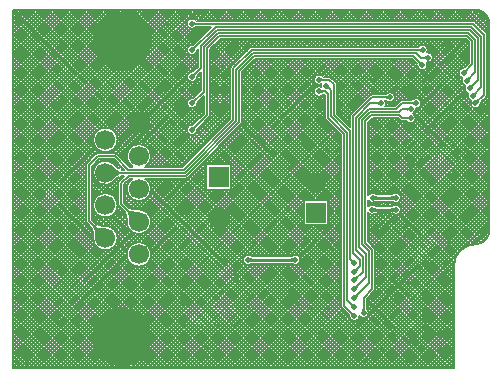
<source format=gbl>
G04*
G04 #@! TF.GenerationSoftware,Altium Limited,Altium Designer,21.7.1 (17)*
G04*
G04 Layer_Physical_Order=2*
G04 Layer_Color=14186556*
%FSLAX25Y25*%
%MOIN*%
G70*
G04*
G04 #@! TF.SameCoordinates,7597F7ED-B0B0-46DE-8649-F5B0F68803AD*
G04*
G04*
G04 #@! TF.FilePolarity,Positive*
G04*
G01*
G75*
%ADD11C,0.01000*%
%ADD62C,0.00500*%
%ADD66R,0.06693X0.06693*%
%ADD67C,0.06693*%
%ADD68C,0.19685*%
%ADD69R,0.07087X0.07087*%
%ADD70C,0.07087*%
%ADD71C,0.01968*%
G36*
X61505Y116354D02*
X61591Y116279D01*
X61676Y116213D01*
X61760Y116156D01*
X61844Y116108D01*
X61928Y116068D01*
X62012Y116037D01*
X62094Y116016D01*
X62177Y116002D01*
X62259Y115998D01*
Y115498D01*
X62177Y115494D01*
X62094Y115480D01*
X62012Y115459D01*
X61928Y115428D01*
X61844Y115388D01*
X61760Y115340D01*
X61676Y115283D01*
X61591Y115217D01*
X61505Y115142D01*
X61419Y115059D01*
Y116437D01*
X61505Y116354D01*
D02*
G37*
G36*
X61984Y107804D02*
X61929Y107743D01*
X61880Y107675D01*
X61837Y107601D01*
X61800Y107520D01*
X61769Y107433D01*
X61743Y107339D01*
X61724Y107239D01*
X61710Y107132D01*
X61703Y107019D01*
X61701Y106900D01*
X60726Y107874D01*
X60846Y107876D01*
X60959Y107883D01*
X61066Y107897D01*
X61166Y107916D01*
X61260Y107942D01*
X61347Y107973D01*
X61427Y108010D01*
X61502Y108053D01*
X61569Y108102D01*
X61630Y108157D01*
X61984Y107804D01*
D02*
G37*
G36*
X136932Y106253D02*
X136839Y106332D01*
X136657Y106466D01*
X136568Y106521D01*
X136480Y106567D01*
X136394Y106604D01*
X136310Y106634D01*
X136226Y106655D01*
X136145Y106667D01*
X136064Y106671D01*
X136029Y107171D01*
X136112Y107176D01*
X136196Y107190D01*
X136278Y107212D01*
X136360Y107244D01*
X136441Y107285D01*
X136522Y107336D01*
X136602Y107395D01*
X136681Y107463D01*
X136760Y107541D01*
X136838Y107628D01*
X136932Y106253D01*
D02*
G37*
G36*
X138754Y103740D02*
X138668Y103823D01*
X138583Y103898D01*
X138497Y103964D01*
X138413Y104021D01*
X138329Y104069D01*
X138245Y104109D01*
X138162Y104140D01*
X138079Y104162D01*
X137996Y104175D01*
X137914Y104179D01*
Y104679D01*
X137996Y104683D01*
X138079Y104697D01*
X138162Y104719D01*
X138245Y104749D01*
X138329Y104789D01*
X138413Y104837D01*
X138497Y104894D01*
X138583Y104960D01*
X138668Y105035D01*
X138754Y105118D01*
Y103740D01*
D02*
G37*
G36*
X136635Y103083D02*
X136703Y103034D01*
X136777Y102990D01*
X136858Y102953D01*
X136945Y102922D01*
X137039Y102897D01*
X137139Y102877D01*
X137246Y102864D01*
X137359Y102856D01*
X137478Y102854D01*
X136504Y101880D01*
X136502Y102000D01*
X136495Y102113D01*
X136481Y102219D01*
X136462Y102320D01*
X136436Y102413D01*
X136405Y102500D01*
X136368Y102581D01*
X136325Y102655D01*
X136276Y102723D01*
X136221Y102784D01*
X136574Y103138D01*
X136635Y103083D01*
D02*
G37*
G36*
X152535Y100180D02*
X152480Y100119D01*
X152431Y100051D01*
X152388Y99977D01*
X152351Y99896D01*
X152320Y99809D01*
X152294Y99715D01*
X152275Y99615D01*
X152261Y99508D01*
X152254Y99395D01*
X152252Y99275D01*
X151277Y100250D01*
X151397Y100252D01*
X151510Y100259D01*
X151617Y100273D01*
X151717Y100292D01*
X151811Y100318D01*
X151898Y100349D01*
X151979Y100386D01*
X152053Y100429D01*
X152120Y100478D01*
X152182Y100533D01*
X152535Y100180D01*
D02*
G37*
G36*
X61984Y98945D02*
X61929Y98884D01*
X61880Y98817D01*
X61837Y98743D01*
X61800Y98662D01*
X61769Y98575D01*
X61743Y98481D01*
X61724Y98381D01*
X61710Y98274D01*
X61703Y98161D01*
X61701Y98041D01*
X60726Y99016D01*
X60846Y99017D01*
X60959Y99025D01*
X61066Y99039D01*
X61166Y99058D01*
X61260Y99083D01*
X61347Y99115D01*
X61427Y99152D01*
X61502Y99195D01*
X61569Y99244D01*
X61630Y99299D01*
X61984Y98945D01*
D02*
G37*
G36*
X153519Y97666D02*
X153464Y97605D01*
X153416Y97537D01*
X153372Y97463D01*
X153335Y97382D01*
X153304Y97295D01*
X153279Y97202D01*
X153259Y97101D01*
X153245Y96995D01*
X153238Y96881D01*
X153236Y96762D01*
X152262Y97736D01*
X152382Y97738D01*
X152495Y97746D01*
X152601Y97759D01*
X152701Y97778D01*
X152795Y97804D01*
X152882Y97835D01*
X152963Y97872D01*
X153037Y97916D01*
X153105Y97965D01*
X153166Y98019D01*
X153519Y97666D01*
D02*
G37*
G36*
X103828Y97653D02*
X103913Y97578D01*
X103998Y97512D01*
X104083Y97455D01*
X104167Y97407D01*
X104251Y97367D01*
X104334Y97337D01*
X104417Y97315D01*
X104500Y97302D01*
X104582Y97297D01*
Y96797D01*
X104500Y96793D01*
X104417Y96780D01*
X104334Y96758D01*
X104251Y96727D01*
X104167Y96688D01*
X104083Y96639D01*
X103998Y96582D01*
X103913Y96516D01*
X103828Y96442D01*
X103742Y96358D01*
Y97736D01*
X103828Y97653D01*
D02*
G37*
G36*
X154504Y95058D02*
X154449Y94997D01*
X154400Y94929D01*
X154357Y94855D01*
X154320Y94774D01*
X154288Y94687D01*
X154263Y94593D01*
X154243Y94493D01*
X154230Y94386D01*
X154222Y94273D01*
X154220Y94153D01*
X153246Y95128D01*
X153366Y95130D01*
X153479Y95137D01*
X153586Y95151D01*
X153686Y95170D01*
X153779Y95196D01*
X153867Y95227D01*
X153947Y95264D01*
X154021Y95307D01*
X154089Y95356D01*
X154150Y95411D01*
X154504Y95058D01*
D02*
G37*
G36*
X106486Y94949D02*
X106494Y94836D01*
X106507Y94729D01*
X106527Y94629D01*
X106552Y94535D01*
X106583Y94448D01*
X106620Y94368D01*
X106664Y94294D01*
X106713Y94226D01*
X106767Y94165D01*
X106414Y93811D01*
X106353Y93866D01*
X106285Y93915D01*
X106211Y93958D01*
X106130Y93995D01*
X106043Y94027D01*
X105949Y94052D01*
X105849Y94072D01*
X105743Y94085D01*
X105630Y94093D01*
X105510Y94095D01*
X106484Y95069D01*
X106486Y94949D01*
D02*
G37*
G36*
X103828Y93716D02*
X103913Y93641D01*
X103998Y93575D01*
X104083Y93518D01*
X104167Y93470D01*
X104251Y93430D01*
X104334Y93400D01*
X104417Y93378D01*
X104500Y93365D01*
X104582Y93360D01*
Y92860D01*
X104500Y92856D01*
X104417Y92843D01*
X104334Y92821D01*
X104251Y92790D01*
X104167Y92751D01*
X104083Y92702D01*
X103998Y92645D01*
X103913Y92579D01*
X103828Y92505D01*
X103742Y92421D01*
Y93799D01*
X103828Y93716D01*
D02*
G37*
G36*
X155488Y92548D02*
X155433Y92487D01*
X155384Y92419D01*
X155341Y92345D01*
X155304Y92264D01*
X155272Y92177D01*
X155247Y92083D01*
X155228Y91983D01*
X155214Y91877D01*
X155206Y91763D01*
X155205Y91644D01*
X154230Y92618D01*
X154350Y92620D01*
X154463Y92627D01*
X154570Y92641D01*
X154670Y92660D01*
X154764Y92686D01*
X154851Y92717D01*
X154931Y92754D01*
X155006Y92797D01*
X155073Y92846D01*
X155134Y92901D01*
X155488Y92548D01*
D02*
G37*
G36*
X125959Y90453D02*
X125873Y90536D01*
X125787Y90611D01*
X125702Y90677D01*
X125618Y90734D01*
X125533Y90782D01*
X125450Y90821D01*
X125366Y90852D01*
X125284Y90874D01*
X125201Y90887D01*
X125119Y90892D01*
Y91392D01*
X125201Y91396D01*
X125284Y91409D01*
X125366Y91431D01*
X125450Y91462D01*
X125533Y91501D01*
X125618Y91550D01*
X125702Y91607D01*
X125787Y91673D01*
X125873Y91747D01*
X125959Y91831D01*
Y90453D01*
D02*
G37*
G36*
X61984Y90087D02*
X61929Y90026D01*
X61880Y89958D01*
X61837Y89884D01*
X61800Y89804D01*
X61769Y89716D01*
X61743Y89623D01*
X61724Y89523D01*
X61710Y89416D01*
X61703Y89303D01*
X61701Y89183D01*
X60726Y90157D01*
X60846Y90159D01*
X60959Y90167D01*
X61066Y90180D01*
X61166Y90200D01*
X61260Y90225D01*
X61347Y90256D01*
X61427Y90294D01*
X61502Y90337D01*
X61569Y90386D01*
X61630Y90441D01*
X61984Y90087D01*
D02*
G37*
G36*
X156472Y90030D02*
X156417Y89969D01*
X156368Y89901D01*
X156325Y89827D01*
X156288Y89746D01*
X156257Y89659D01*
X156231Y89566D01*
X156212Y89465D01*
X156198Y89359D01*
X156191Y89246D01*
X156189Y89126D01*
X155215Y90100D01*
X155334Y90102D01*
X155447Y90110D01*
X155554Y90123D01*
X155654Y90143D01*
X155748Y90168D01*
X155835Y90199D01*
X155916Y90237D01*
X155990Y90280D01*
X156058Y90329D01*
X156119Y90384D01*
X156472Y90030D01*
D02*
G37*
G36*
X134801Y88500D02*
X134715Y88583D01*
X134630Y88658D01*
X134545Y88724D01*
X134460Y88781D01*
X134376Y88829D01*
X134292Y88869D01*
X134209Y88899D01*
X134126Y88921D01*
X134044Y88935D01*
X133961Y88939D01*
Y89439D01*
X134044Y89443D01*
X134126Y89456D01*
X134209Y89478D01*
X134292Y89509D01*
X134376Y89549D01*
X134460Y89597D01*
X134545Y89654D01*
X134630Y89720D01*
X134715Y89794D01*
X134801Y89878D01*
Y88500D01*
D02*
G37*
G36*
X123006Y88484D02*
X122920Y88568D01*
X122835Y88642D01*
X122749Y88708D01*
X122665Y88765D01*
X122581Y88814D01*
X122497Y88853D01*
X122414Y88884D01*
X122331Y88906D01*
X122248Y88919D01*
X122166Y88923D01*
Y89423D01*
X122248Y89428D01*
X122331Y89441D01*
X122414Y89463D01*
X122497Y89493D01*
X122581Y89533D01*
X122665Y89581D01*
X122749Y89638D01*
X122835Y89704D01*
X122920Y89779D01*
X123006Y89862D01*
Y88484D01*
D02*
G37*
G36*
X132848Y86516D02*
X132762Y86599D01*
X132677Y86674D01*
X132592Y86740D01*
X132507Y86797D01*
X132423Y86845D01*
X132340Y86884D01*
X132256Y86915D01*
X132173Y86937D01*
X132091Y86950D01*
X132009Y86955D01*
Y87455D01*
X132091Y87459D01*
X132173Y87472D01*
X132256Y87494D01*
X132340Y87525D01*
X132423Y87564D01*
X132507Y87613D01*
X132592Y87670D01*
X132677Y87736D01*
X132762Y87810D01*
X132848Y87894D01*
Y86516D01*
D02*
G37*
G36*
Y83563D02*
X132762Y83646D01*
X132677Y83721D01*
X132592Y83787D01*
X132507Y83844D01*
X132423Y83892D01*
X132340Y83932D01*
X132256Y83962D01*
X132173Y83984D01*
X132091Y83998D01*
X132009Y84002D01*
Y84502D01*
X132091Y84506D01*
X132173Y84519D01*
X132256Y84541D01*
X132340Y84572D01*
X132423Y84612D01*
X132507Y84660D01*
X132592Y84717D01*
X132677Y84783D01*
X132762Y84857D01*
X132848Y84941D01*
Y83563D01*
D02*
G37*
G36*
X61984Y81229D02*
X61929Y81168D01*
X61880Y81100D01*
X61837Y81026D01*
X61800Y80945D01*
X61769Y80858D01*
X61743Y80765D01*
X61724Y80664D01*
X61710Y80558D01*
X61703Y80444D01*
X61701Y80325D01*
X60726Y81299D01*
X60846Y81301D01*
X60959Y81309D01*
X61066Y81322D01*
X61166Y81341D01*
X61260Y81367D01*
X61347Y81398D01*
X61427Y81435D01*
X61502Y81479D01*
X61569Y81528D01*
X61630Y81582D01*
X61984Y81229D01*
D02*
G37*
G36*
X34607Y68028D02*
X35666Y67086D01*
X35973Y66856D01*
X36257Y66667D01*
X36518Y66521D01*
X36756Y66416D01*
X36972Y66354D01*
X37164Y66333D01*
Y65833D01*
X36972Y65812D01*
X36756Y65749D01*
X36518Y65644D01*
X36257Y65498D01*
X35973Y65310D01*
X35666Y65079D01*
X34983Y64493D01*
X34209Y63740D01*
Y68425D01*
X34607Y68028D01*
D02*
G37*
G36*
X127927Y56988D02*
X127886Y57024D01*
X127838Y57056D01*
X127783Y57085D01*
X127720Y57109D01*
X127650Y57130D01*
X127573Y57147D01*
X127489Y57160D01*
X127397Y57170D01*
X127192Y57177D01*
Y58177D01*
X127298Y58179D01*
X127489Y58194D01*
X127573Y58207D01*
X127650Y58224D01*
X127720Y58245D01*
X127783Y58270D01*
X127838Y58298D01*
X127886Y58330D01*
X127927Y58366D01*
Y56988D01*
D02*
G37*
G36*
X121636Y58330D02*
X121685Y58298D01*
X121740Y58270D01*
X121802Y58245D01*
X121872Y58224D01*
X121950Y58207D01*
X122034Y58194D01*
X122126Y58185D01*
X122331Y58177D01*
Y57177D01*
X122225Y57175D01*
X122034Y57160D01*
X121950Y57147D01*
X121872Y57130D01*
X121802Y57109D01*
X121740Y57085D01*
X121685Y57056D01*
X121636Y57024D01*
X121596Y56988D01*
Y58366D01*
X121636Y58330D01*
D02*
G37*
G36*
X127927Y53051D02*
X127886Y53087D01*
X127838Y53119D01*
X127783Y53148D01*
X127720Y53172D01*
X127650Y53193D01*
X127573Y53210D01*
X127489Y53223D01*
X127397Y53233D01*
X127192Y53240D01*
Y54240D01*
X127298Y54242D01*
X127489Y54257D01*
X127573Y54270D01*
X127650Y54287D01*
X127720Y54308D01*
X127783Y54333D01*
X127838Y54361D01*
X127886Y54393D01*
X127927Y54429D01*
Y53051D01*
D02*
G37*
G36*
X121500Y54393D02*
X121547Y54361D01*
X121603Y54333D01*
X121665Y54308D01*
X121735Y54287D01*
X121812Y54270D01*
X121897Y54257D01*
X121989Y54248D01*
X122194Y54240D01*
Y53240D01*
X122088Y53238D01*
X121897Y53223D01*
X121812Y53210D01*
X121735Y53193D01*
X121665Y53172D01*
X121603Y53148D01*
X121547Y53119D01*
X121500Y53087D01*
X121459Y53051D01*
Y54429D01*
X121500Y54393D01*
D02*
G37*
G36*
X39548Y53548D02*
X39745Y53440D01*
X39987Y53345D01*
X40275Y53264D01*
X40609Y53197D01*
X40989Y53142D01*
X41886Y53074D01*
X42966Y53059D01*
X39654Y49746D01*
X39653Y50309D01*
X39570Y51723D01*
X39516Y52103D01*
X39448Y52437D01*
X39367Y52725D01*
X39273Y52968D01*
X39165Y53164D01*
X39044Y53315D01*
X39397Y53669D01*
X39548Y53548D01*
D02*
G37*
G36*
X28367Y48107D02*
X28563Y47999D01*
X28806Y47905D01*
X29094Y47823D01*
X29428Y47756D01*
X29808Y47701D01*
X30705Y47633D01*
X31785Y47618D01*
X28473Y44305D01*
X28472Y44868D01*
X28389Y46283D01*
X28335Y46662D01*
X28267Y46996D01*
X28186Y47285D01*
X28092Y47527D01*
X27984Y47724D01*
X27863Y47874D01*
X28216Y48228D01*
X28367Y48107D01*
D02*
G37*
G36*
X94462Y36319D02*
X94422Y36355D01*
X94374Y36387D01*
X94318Y36415D01*
X94256Y36440D01*
X94186Y36461D01*
X94109Y36478D01*
X94024Y36491D01*
X93932Y36500D01*
X93727Y36508D01*
Y37508D01*
X93833Y37510D01*
X94024Y37525D01*
X94109Y37538D01*
X94186Y37555D01*
X94256Y37576D01*
X94318Y37600D01*
X94374Y37629D01*
X94422Y37661D01*
X94462Y37697D01*
Y36319D01*
D02*
G37*
G36*
X80161Y37661D02*
X80209Y37629D01*
X80264Y37600D01*
X80327Y37576D01*
X80397Y37555D01*
X80474Y37538D01*
X80558Y37525D01*
X80650Y37515D01*
X80856Y37508D01*
Y36508D01*
X80749Y36506D01*
X80558Y36491D01*
X80474Y36478D01*
X80397Y36461D01*
X80327Y36440D01*
X80264Y36415D01*
X80209Y36387D01*
X80161Y36355D01*
X80120Y36319D01*
Y37697D01*
X80161Y37661D01*
D02*
G37*
G36*
X113998Y37005D02*
X114065Y36956D01*
X114139Y36913D01*
X114220Y36875D01*
X114307Y36844D01*
X114401Y36819D01*
X114501Y36799D01*
X114608Y36786D01*
X114721Y36778D01*
X114840Y36776D01*
X113866Y35802D01*
X113865Y35922D01*
X113857Y36035D01*
X113843Y36141D01*
X113824Y36242D01*
X113798Y36335D01*
X113767Y36423D01*
X113730Y36503D01*
X113687Y36577D01*
X113638Y36645D01*
X113583Y36706D01*
X113936Y37060D01*
X113998Y37005D01*
D02*
G37*
G36*
X116118Y33985D02*
X116063Y33924D01*
X116014Y33856D01*
X115971Y33782D01*
X115934Y33701D01*
X115902Y33614D01*
X115877Y33520D01*
X115858Y33420D01*
X115844Y33314D01*
X115836Y33200D01*
X115835Y33081D01*
X114860Y34055D01*
X114980Y34057D01*
X115093Y34064D01*
X115200Y34078D01*
X115300Y34097D01*
X115394Y34123D01*
X115481Y34154D01*
X115561Y34191D01*
X115636Y34234D01*
X115703Y34283D01*
X115764Y34338D01*
X116118Y33985D01*
D02*
G37*
G36*
Y31032D02*
X116063Y30971D01*
X116014Y30903D01*
X115971Y30829D01*
X115934Y30748D01*
X115902Y30661D01*
X115877Y30568D01*
X115858Y30468D01*
X115844Y30361D01*
X115836Y30248D01*
X115835Y30128D01*
X114860Y31102D01*
X114980Y31104D01*
X115093Y31112D01*
X115200Y31125D01*
X115300Y31145D01*
X115394Y31170D01*
X115481Y31201D01*
X115561Y31238D01*
X115636Y31282D01*
X115703Y31331D01*
X115764Y31386D01*
X116118Y31032D01*
D02*
G37*
G36*
Y28079D02*
X116063Y28018D01*
X116014Y27951D01*
X115971Y27876D01*
X115934Y27796D01*
X115902Y27709D01*
X115877Y27615D01*
X115858Y27515D01*
X115844Y27408D01*
X115836Y27295D01*
X115835Y27175D01*
X114860Y28150D01*
X114980Y28151D01*
X115093Y28159D01*
X115200Y28172D01*
X115300Y28192D01*
X115394Y28217D01*
X115481Y28249D01*
X115561Y28286D01*
X115636Y28329D01*
X115703Y28378D01*
X115764Y28433D01*
X116118Y28079D01*
D02*
G37*
G36*
Y25126D02*
X116063Y25065D01*
X116014Y24998D01*
X115971Y24924D01*
X115934Y24843D01*
X115902Y24756D01*
X115877Y24662D01*
X115858Y24562D01*
X115844Y24455D01*
X115836Y24342D01*
X115835Y24222D01*
X114860Y25197D01*
X114980Y25199D01*
X115093Y25206D01*
X115200Y25220D01*
X115300Y25239D01*
X115394Y25264D01*
X115481Y25296D01*
X115561Y25333D01*
X115636Y25376D01*
X115703Y25425D01*
X115764Y25480D01*
X116118Y25126D01*
D02*
G37*
G36*
X113998Y22472D02*
X114065Y22423D01*
X114139Y22380D01*
X114220Y22343D01*
X114307Y22312D01*
X114401Y22286D01*
X114501Y22267D01*
X114608Y22253D01*
X114721Y22246D01*
X114840Y22244D01*
X113866Y21270D01*
X113865Y21389D01*
X113857Y21502D01*
X113843Y21609D01*
X113824Y21709D01*
X113798Y21803D01*
X113767Y21890D01*
X113730Y21971D01*
X113687Y22045D01*
X113638Y22113D01*
X113583Y22174D01*
X113936Y22527D01*
X113998Y22472D01*
D02*
G37*
G36*
X118132Y20826D02*
X118145Y20743D01*
X118167Y20661D01*
X118198Y20577D01*
X118237Y20493D01*
X118285Y20409D01*
X118342Y20325D01*
X118408Y20240D01*
X118483Y20154D01*
X118566Y20068D01*
X117188D01*
X117272Y20154D01*
X117346Y20240D01*
X117412Y20325D01*
X117469Y20409D01*
X117518Y20493D01*
X117557Y20577D01*
X117588Y20661D01*
X117610Y20743D01*
X117623Y20826D01*
X117627Y20908D01*
X118127D01*
X118132Y20826D01*
D02*
G37*
G36*
X113998Y19520D02*
X114065Y19471D01*
X114139Y19428D01*
X114220Y19390D01*
X114307Y19359D01*
X114401Y19334D01*
X114501Y19314D01*
X114608Y19301D01*
X114721Y19293D01*
X114840Y19291D01*
X113866Y18317D01*
X113865Y18437D01*
X113857Y18550D01*
X113843Y18656D01*
X113824Y18757D01*
X113798Y18850D01*
X113767Y18937D01*
X113730Y19018D01*
X113687Y19092D01*
X113638Y19160D01*
X113583Y19221D01*
X113936Y19575D01*
X113998Y19520D01*
D02*
G37*
D11*
X120756Y53740D02*
X128630D01*
X120893Y57677D02*
X128630D01*
X79417Y37008D02*
X95165D01*
D62*
X154928Y116455D02*
G03*
X154220Y116748I-707J-707D01*
G01*
X154928Y116455D02*
G03*
X154220Y116748I-707J-707D01*
G01*
X159859Y115748D02*
G03*
X155205Y120403I-4655J0D01*
G01*
X159173Y111795D02*
G03*
X158880Y112502I-1000J0D01*
G01*
X159173Y111795D02*
G03*
X158880Y112502I-1000J0D01*
G01*
X150746Y97612D02*
G03*
X151779Y95083I1506J-860D01*
G01*
X151779Y95083D02*
G03*
X152713Y92490I1457J-940D01*
G01*
X151190Y100998D02*
G03*
X150746Y97612I77J-1733D01*
G01*
X158880Y91378D02*
G03*
X159173Y92085I-707J707D01*
G01*
X158880Y91378D02*
G03*
X159173Y92085I-707J707D01*
G01*
X152713Y92490D02*
G03*
X153700Y89979I1508J-857D01*
G01*
X139090Y106124D02*
G03*
X139321Y106988I-1504J864D01*
G01*
D02*
G03*
X136333Y108186I-1734J0D01*
G01*
X138975Y102763D02*
G03*
X141191Y104429I482J1666D01*
G01*
D02*
G03*
X139090Y106124I-1734J0D01*
G01*
X139222Y101870D02*
G03*
X138975Y102763I-1734J0D01*
G01*
X135756Y101793D02*
G03*
X139222Y101870I1733J77D01*
G01*
X128396Y91142D02*
G03*
X125491Y92422I-1734J0D01*
G01*
X137238Y89189D02*
G03*
X134334Y90469I-1734J0D01*
G01*
X130614Y90189D02*
G03*
X129907Y89896I0J-1000D01*
G01*
X130614Y90189D02*
G03*
X129907Y89896I0J-1000D01*
G01*
X125491Y89862D02*
G03*
X128396Y91142I1170J1280D01*
G01*
X125443Y89173D02*
G03*
X125169Y90108I-1734J0D01*
G01*
X120756Y92142D02*
G03*
X120049Y91849I0J-1000D01*
G01*
X120756Y92142D02*
G03*
X120049Y91849I0J-1000D01*
G01*
X108961Y95571D02*
G03*
X108668Y96278I-1000J0D01*
G01*
X108961Y95571D02*
G03*
X108668Y96278I-1000J0D01*
G01*
X80557Y107921D02*
G03*
X79850Y107628I0J-1000D01*
G01*
X80557Y107921D02*
G03*
X79850Y107628I0J-1000D01*
G01*
X107191Y97754D02*
G03*
X106484Y98047I-707J-707D01*
G01*
X104210Y98327D02*
G03*
X103817Y95497I-1170J-1280D01*
G01*
X107191Y97754D02*
G03*
X106484Y98047I-707J-707D01*
G01*
X103817Y94660D02*
G03*
X104210Y91830I-778J-1550D01*
G01*
X103817Y95497D02*
G03*
X103817Y94660I1683J-418D01*
G01*
X153701Y89979D02*
G03*
X156937Y89039I1504J-863D01*
G01*
X135265Y87471D02*
G03*
X137238Y89189I239J1718D01*
G01*
X134461Y85728D02*
G03*
X135285Y87205I-910J1476D01*
G01*
Y84252D02*
G03*
X134461Y85728I-1734J0D01*
G01*
X132381Y82972D02*
G03*
X135285Y84252I1170J1280D01*
G01*
X129891Y83545D02*
G03*
X130598Y83252I707J707D01*
G01*
X129891Y83545D02*
G03*
X130598Y83252I707J707D01*
G01*
X155205Y42196D02*
G03*
X159859Y46850I0J4655D01*
G01*
X155205Y42196D02*
G03*
X148048Y35039I0J-7156D01*
G01*
X127479Y52443D02*
G03*
X130364Y53740I1151J1297D01*
G01*
X127479Y56380D02*
G03*
X130364Y57677I1151J1297D01*
G01*
D02*
G03*
X127476Y58972I-1734J0D01*
G01*
X130364Y53740D02*
G03*
X127476Y55035I-1734J0D01*
G01*
X125147Y88205D02*
G03*
X125443Y89173I-1439J969D01*
G01*
X113690Y85491D02*
G03*
X113398Y84783I707J-707D01*
G01*
X113690Y85491D02*
G03*
X113398Y84783I707J-707D01*
G01*
X122044Y58974D02*
G03*
X119398Y58556I-1151J-1297D01*
G01*
Y56799D02*
G03*
X122046Y56382I1495J879D01*
G01*
X104961Y84408D02*
G03*
X105254Y83701I1000J0D01*
G01*
X104961Y84408D02*
G03*
X105254Y83701I1000J0D01*
G01*
X119398Y52662D02*
G03*
X121909Y52445I1358J1078D01*
G01*
X121907Y55037D02*
G03*
X119398Y54818I-1151J-1297D01*
G01*
X121526Y26521D02*
G03*
X121819Y27228I-707J707D01*
G01*
X121526Y26521D02*
G03*
X121819Y27228I-707J707D01*
G01*
Y40328D02*
G03*
X121526Y41035I-1000J0D01*
G01*
X121819Y40328D02*
G03*
X121526Y41035I-1000J0D01*
G01*
X119612Y19365D02*
G03*
X119157Y20536I-1734J0D01*
G01*
X116582Y18212D02*
G03*
X119612Y19365I1295J1153D01*
G01*
X110398Y21760D02*
G03*
X110690Y21053I1000J0D01*
G01*
X110398Y21760D02*
G03*
X110690Y21053I1000J0D01*
G01*
X113118Y18230D02*
G03*
X116582Y18212I1733J77D01*
G01*
X96900Y37008D02*
G03*
X94012Y38303I-1734J0D01*
G01*
X94012Y35713D02*
G03*
X96900Y37008I1154J1295D01*
G01*
X80571Y38303D02*
G03*
X80571Y35713I-1154J-1295D01*
G01*
X60639Y108622D02*
G03*
X62449Y106812I77J-1733D01*
G01*
X73773Y101551D02*
G03*
X73480Y100844I707J-707D01*
G01*
X73773Y101551D02*
G03*
X73480Y100844I707J-707D01*
G01*
X66345Y84529D02*
G03*
X66638Y85236I-707J707D01*
G01*
X66345Y84529D02*
G03*
X66638Y85236I-707J707D01*
G01*
X77187Y82146D02*
G03*
X77480Y82854I-707J707D01*
G01*
X77187Y82146D02*
G03*
X77480Y82854I-707J707D01*
G01*
X60639Y82047D02*
G03*
X62449Y80238I77J-1733D01*
G01*
X61887Y117028D02*
G03*
X61887Y114468I-1170J-1280D01*
G01*
X60639Y90906D02*
G03*
X62449Y89096I77J-1733D01*
G01*
X60639Y99764D02*
G03*
X62449Y97954I77J-1733D01*
G01*
X35833Y72164D02*
G03*
X35126Y72457I-707J-707D01*
G01*
X35833Y72164D02*
G03*
X35126Y72457I-707J-707D01*
G01*
X45186Y68083D02*
G03*
X47096Y71547I-2186J3465D01*
G01*
D02*
G03*
X40814Y68083I-4096J0D01*
G01*
X58710Y64083D02*
G03*
X59417Y64376I0J1000D01*
G01*
X58710Y64083D02*
G03*
X59417Y64376I0J1000D01*
G01*
X35915Y76988D02*
G03*
X35915Y76988I-4096J0D01*
G01*
X29221Y72457D02*
G03*
X28513Y72164I0J-1000D01*
G01*
X29221Y72457D02*
G03*
X28513Y72164I0J-1000D01*
G01*
X25561Y69211D02*
G03*
X25268Y68504I707J-707D01*
G01*
X25561Y69211D02*
G03*
X25268Y68504I707J-707D01*
G01*
X47096Y60630D02*
G03*
X45204Y64083I-4096J0D01*
G01*
X40796D02*
G03*
X47096Y60630I2204J-3453D01*
G01*
Y49713D02*
G03*
X43046Y53809I-4096J0D01*
G01*
X47096Y38795D02*
G03*
X47096Y38795I-4096J0D01*
G01*
X38904Y49672D02*
G03*
X47096Y49713I4096J41D01*
G01*
X36387Y63305D02*
G03*
X36094Y62598I707J-707D01*
G01*
X36387Y63305D02*
G03*
X36094Y62598I707J-707D01*
G01*
X34686Y69008D02*
G03*
X34683Y63154I-2867J-2926D01*
G01*
X35915Y55177D02*
G03*
X35915Y55177I-4096J0D01*
G01*
X36094Y55618D02*
G03*
X36387Y54911I1000J0D01*
G01*
X36094Y55618D02*
G03*
X36387Y54911I1000J0D01*
G01*
X25268Y49823D02*
G03*
X25561Y49116I1000J0D01*
G01*
X25268Y49823D02*
G03*
X25561Y49116I1000J0D01*
G01*
X35915Y44272D02*
G03*
X31865Y48368I-4096J0D01*
G01*
X27723Y44230D02*
G03*
X35915Y44272I4096J41D01*
G01*
X151931Y116748D02*
X155571Y120388D01*
X150517Y116748D02*
X154172Y120404D01*
X155710Y120375D02*
X159832Y116253D01*
X149102Y116748D02*
X152758Y120404D01*
X148611D02*
X152266Y116748D01*
X150025Y120404D02*
X153681Y116748D01*
X158134Y119365D02*
X158822Y118678D01*
X154658Y116647D02*
X157693Y119682D01*
X155404Y115979D02*
X158480Y119055D01*
X153345Y116748D02*
X156739Y120142D01*
X142954Y120404D02*
X146609Y116748D01*
X142031D02*
X145687Y120404D01*
X143446Y116748D02*
X147101Y120404D01*
X140617Y116748D02*
X144273Y120404D01*
X140126D02*
X143781Y116748D01*
X141540Y120404D02*
X145195Y116748D01*
X147196Y120404D02*
X150852Y116748D01*
X146274D02*
X149929Y120404D01*
X147688Y116748D02*
X151344Y120404D01*
X144860Y116748D02*
X148515Y120404D01*
X144368D02*
X148024Y116748D01*
X145782Y120404D02*
X149438Y116748D01*
X156818Y114564D02*
X159583Y117329D01*
X157525Y113857D02*
X159840Y116172D01*
X152853Y120404D02*
X159860Y113397D01*
X154268Y120404D02*
X159860Y114811D01*
X151439Y120404D02*
X159860Y111982D01*
X159173Y111255D02*
X159860Y110568D01*
X159173Y111263D02*
X159860Y111950D01*
X159173Y92085D02*
Y111795D01*
X158937Y112441D02*
X159860Y113364D01*
X158232Y113150D02*
X159860Y114778D01*
X156111Y115271D02*
X159114Y118274D01*
X154928Y116455D02*
X158880Y112502D01*
X141296Y110748D02*
X151057Y100987D01*
X139880Y106111D02*
X144517Y110748D01*
X139882D02*
X150090Y100539D01*
X149781Y110748D02*
X153173Y107356D01*
X152025Y110748D02*
X153173Y109600D01*
X148367Y110748D02*
X153173Y105942D01*
X146953Y110748D02*
X153173Y104527D01*
X145538Y110748D02*
X153173Y103113D01*
X134469Y120404D02*
X138124Y116748D01*
X133546D02*
X137202Y120404D01*
X134960Y116748D02*
X138616Y120404D01*
X132132Y116748D02*
X135787Y120404D01*
X130718Y116748D02*
X134373Y120404D01*
X133054D02*
X136710Y116748D01*
X138711Y120404D02*
X142367Y116748D01*
X137789D02*
X141444Y120404D01*
X139203Y116748D02*
X142859Y120404D01*
X136374Y116748D02*
X140030Y120404D01*
X135883D02*
X139538Y116748D01*
X137297Y120404D02*
X140953Y116748D01*
X125983Y120404D02*
X129639Y116748D01*
X125061D02*
X128716Y120404D01*
X126475Y116748D02*
X130131Y120404D01*
X123647Y116748D02*
X127302Y120404D01*
X123155D02*
X126811Y116748D01*
X124569Y120404D02*
X128225Y116748D01*
X129304D02*
X132959Y120404D01*
X128812D02*
X132467Y116748D01*
X130226Y120404D02*
X133881Y116748D01*
X127398Y120404D02*
X131053Y116748D01*
X127889D02*
X131545Y120404D01*
X136063Y107951D02*
X138860Y110748D01*
X135639D02*
X137666Y108721D01*
X134619Y107921D02*
X137446Y110748D01*
X132810D02*
X135637Y107921D01*
X131640Y120404D02*
X135296Y116748D01*
X133205Y107921D02*
X136031Y110748D01*
X138953Y100942D02*
X148759Y110748D01*
X139321Y106966D02*
X143102Y110748D01*
X138467D02*
X149574Y99641D01*
X137053Y110748D02*
X150582Y97219D01*
X138153Y108627D02*
X140274Y110748D01*
X131029Y90189D02*
X151588Y110748D01*
X126134Y107921D02*
X128960Y110748D01*
X125739D02*
X128566Y107921D01*
X127154Y110748D02*
X129980Y107921D01*
X124325Y110748D02*
X127152Y107921D01*
X123305D02*
X126132Y110748D01*
X124719Y107921D02*
X127546Y110748D01*
X129982D02*
X132809Y107921D01*
X128962D02*
X131789Y110748D01*
X130376Y107921D02*
X133203Y110748D01*
X127548Y107921D02*
X130375Y110748D01*
X128568D02*
X131395Y107921D01*
X159173Y104191D02*
X159860Y104878D01*
X159173Y105598D02*
X159860Y104911D01*
X159173Y104184D02*
X159860Y103497D01*
X159173Y107013D02*
X159860Y106326D01*
X159173Y107020D02*
X159860Y107707D01*
X159173Y105606D02*
X159860Y106293D01*
X159173Y99949D02*
X159860Y100636D01*
X159173Y101356D02*
X159860Y100669D01*
X159173Y99942D02*
X159860Y99255D01*
X159173Y102770D02*
X159860Y102083D01*
X159173Y102777D02*
X159860Y103464D01*
X159173Y101363D02*
X159860Y102050D01*
X159173Y109848D02*
X159860Y110535D01*
X151195Y110748D02*
X153173Y108770D01*
X144124Y110748D02*
X152730Y102142D01*
X141184Y104587D02*
X147345Y110748D01*
X140758Y105575D02*
X145931Y110748D01*
X142710D02*
X152023Y101435D01*
X159173Y108434D02*
X159860Y109121D01*
X159173Y109841D02*
X159860Y109154D01*
X159173Y108427D02*
X159860Y107740D01*
X153173Y102585D02*
Y109600D01*
X151718Y101130D02*
X153173Y102585D01*
X159173Y95699D02*
X159860Y95012D01*
X159173Y95706D02*
X159860Y96393D01*
X159173Y94292D02*
X159860Y94979D01*
X159173Y97120D02*
X159860Y97807D01*
X159173Y98527D02*
X159860Y97840D01*
X159173Y97113D02*
X159860Y96426D01*
X159173Y92878D02*
X159860Y93565D01*
X159173Y94285D02*
X159860Y93598D01*
X159173Y92870D02*
X159860Y92184D01*
X158359Y90856D02*
X159860Y89355D01*
X159041Y91588D02*
X159860Y90769D01*
X156957Y89248D02*
X159860Y92150D01*
X159173Y98535D02*
X159860Y99222D01*
X141099Y103873D02*
X151798Y93175D01*
X140508Y103050D02*
X152641Y90917D01*
X157069Y89566D02*
X158880Y91378D01*
X152268Y92705D02*
X152635Y92337D01*
X138972Y108032D02*
X141688Y110748D01*
X139319Y107068D02*
X151618Y94769D01*
X134225Y110748D02*
X136575Y108397D01*
X80557Y107921D02*
X135928D01*
X127708Y92525D02*
X136064Y100881D01*
X128302Y91705D02*
X136853Y100256D01*
X131790Y107921D02*
X134617Y110748D01*
X131396D02*
X134223Y107921D01*
X134023Y103921D02*
X135624Y102320D01*
X81800Y103921D02*
X134023D01*
X115596D02*
X126641Y92876D01*
X121668Y92142D02*
X133447Y103921D01*
X126645Y92876D02*
X135738Y101969D01*
X133980Y103921D02*
X135700Y102202D01*
X123082Y92142D02*
X134442Y103502D01*
X124496Y92142D02*
X135149Y102795D01*
X136818Y90321D02*
X153173Y106677D01*
X135948Y90865D02*
X153173Y108091D01*
X137233Y89322D02*
X153173Y105262D01*
X132443Y90189D02*
X152514Y110260D01*
X119838Y103921D02*
X133571Y90189D01*
X133857D02*
X153173Y109505D01*
X130614Y90189D02*
X133867D01*
X139449Y102695D02*
X153551Y88593D01*
X122667Y103921D02*
X135673Y90915D01*
X121253Y103921D02*
X134542Y90632D01*
X126216Y88205D02*
X138416Y100405D01*
X128395Y91121D02*
X129764Y89753D01*
X118424Y103921D02*
X132156Y90189D01*
X117010Y103921D02*
X130742Y90189D01*
X128028Y90074D02*
X129057Y89046D01*
X125404Y88807D02*
X126098Y89501D01*
X127196Y89492D02*
X128350Y88339D01*
X125147Y88205D02*
X128216D01*
X125175Y90100D02*
X127070Y88205D01*
X117498Y120404D02*
X121154Y116748D01*
X116576D02*
X120231Y120404D01*
X117990Y116748D02*
X121645Y120404D01*
X106184D02*
X109840Y116748D01*
X105262D02*
X108917Y120404D01*
X106676Y116748D02*
X110332Y120404D01*
X121741D02*
X125396Y116748D01*
X120818D02*
X124474Y120404D01*
X122232Y116748D02*
X125888Y120404D01*
X119404Y116748D02*
X123059Y120404D01*
X118912D02*
X122568Y116748D01*
X120326Y120404D02*
X123982Y116748D01*
X99605D02*
X103261Y120404D01*
X99113D02*
X102769Y116748D01*
X100528Y120404D02*
X104183Y116748D01*
X97699Y120404D02*
X101355Y116748D01*
X96777D02*
X100432Y120404D01*
X98191Y116748D02*
X101846Y120404D01*
X103848Y116748D02*
X107503Y120404D01*
X103356D02*
X107011Y116748D01*
X104770Y120404D02*
X108426Y116748D01*
X101942Y120404D02*
X105597Y116748D01*
X101019D02*
X104675Y120404D01*
X102434Y116748D02*
X106089Y120404D01*
X111841D02*
X115497Y116748D01*
X110919D02*
X114574Y120404D01*
X112333Y116748D02*
X115989Y120404D01*
X109504Y116748D02*
X113160Y120404D01*
X109013D02*
X112668Y116748D01*
X110427Y120404D02*
X114083Y116748D01*
X116084Y120404D02*
X119739Y116748D01*
X115161D02*
X118817Y120404D01*
X116576Y116748D02*
X120231Y120404D01*
X113747Y116748D02*
X117403Y120404D01*
X113256D02*
X116911Y116748D01*
X114670Y120404D02*
X118325Y116748D01*
X108090D02*
X111746Y120404D01*
X107599D02*
X111254Y116748D01*
X98869Y110748D02*
X101696Y107921D01*
X97455Y110748D02*
X100282Y107921D01*
X96435D02*
X99262Y110748D01*
X97849Y107921D02*
X100676Y110748D01*
X101698D02*
X104525Y107921D01*
X100678D02*
X103505Y110748D01*
X102092Y107921D02*
X104919Y110748D01*
X99264Y107921D02*
X102090Y110748D01*
X100284D02*
X103110Y107921D01*
X89706Y116748D02*
X93361Y120404D01*
X87800D02*
X91455Y116748D01*
X92042Y120404D02*
X95698Y116748D01*
X86386Y120404D02*
X90041Y116748D01*
X85463D02*
X89118Y120404D01*
X86877Y116748D02*
X90533Y120404D01*
X95363Y116748D02*
X99018Y120404D01*
X94871D02*
X98526Y116748D01*
X96285Y120404D02*
X99941Y116748D01*
X93457Y120404D02*
X97112Y116748D01*
X92534D02*
X96189Y120404D01*
X93948Y116748D02*
X97604Y120404D01*
X80729D02*
X84384Y116748D01*
X79806D02*
X83462Y120404D01*
X81220Y116748D02*
X84876Y120404D01*
X78392Y116748D02*
X82047Y120404D01*
X77900D02*
X81556Y116748D01*
X79315Y120404D02*
X82970Y116748D01*
X84049D02*
X87704Y120404D01*
X83557D02*
X87213Y116748D01*
X84971Y120404D02*
X88627Y116748D01*
X82143Y120404D02*
X85798Y116748D01*
X82635D02*
X86290Y120404D01*
X91120Y116748D02*
X94775Y120404D01*
X90778Y107921D02*
X93605Y110748D01*
X91798D02*
X94625Y107921D01*
X90628Y120404D02*
X94284Y116748D01*
X89214Y120404D02*
X92869Y116748D01*
X90384Y110748D02*
X93211Y107921D01*
X95021D02*
X97848Y110748D01*
X94627D02*
X97454Y107921D01*
X96041Y110748D02*
X98868Y107921D01*
X93213Y110748D02*
X96039Y107921D01*
X92193D02*
X95019Y110748D01*
X93607Y107921D02*
X96434Y110748D01*
X88291Y116748D02*
X91947Y120404D01*
X85122Y107921D02*
X87948Y110748D01*
X86142D02*
X88968Y107921D01*
X83707D02*
X86534Y110748D01*
X83313D02*
X86140Y107921D01*
X84727Y110748D02*
X87554Y107921D01*
X88970Y110748D02*
X91797Y107921D01*
X87950D02*
X90777Y110748D01*
X89364Y107921D02*
X92191Y110748D01*
X86536Y107921D02*
X89363Y110748D01*
X87556D02*
X90382Y107921D01*
X117254Y110748D02*
X120081Y107921D01*
X116234D02*
X119061Y110748D01*
X117648Y107921D02*
X120475Y110748D01*
X114820Y107921D02*
X117647Y110748D01*
X114426D02*
X117253Y107921D01*
X115840Y110748D02*
X118667Y107921D01*
X121497Y110748D02*
X124324Y107921D01*
X120477D02*
X123303Y110748D01*
X121891Y107921D02*
X124718Y110748D01*
X119062Y107921D02*
X121889Y110748D01*
X118668D02*
X121495Y107921D01*
X120083Y110748D02*
X122909Y107921D01*
X109163D02*
X111990Y110748D01*
X108769D02*
X111596Y107921D01*
X110183Y110748D02*
X113010Y107921D01*
X107749D02*
X110576Y110748D01*
X107355D02*
X110181Y107921D01*
X107749D02*
X110576Y110748D01*
X113012D02*
X115838Y107921D01*
X111992D02*
X114818Y110748D01*
X113406Y107921D02*
X116232Y110748D01*
X110577Y107921D02*
X113404Y110748D01*
X111597D02*
X114424Y107921D01*
X122911Y110748D02*
X125738Y107921D01*
X111353Y103921D02*
X123133Y92142D01*
X112767Y103921D02*
X124547Y92142D01*
X108961Y90748D02*
X122134Y103921D01*
X109939D02*
X121718Y92142D01*
X108961Y89334D02*
X123548Y103921D01*
X120756Y92142D02*
X125025D01*
X125322Y88538D02*
X125655Y88205D01*
X114181Y103921D02*
X125594Y92509D01*
X108961Y94991D02*
X117891Y103921D01*
X108746Y96190D02*
X116477Y103921D01*
X108961Y93577D02*
X119305Y103921D01*
X108044Y96902D02*
X115062Y103921D01*
X107336Y97609D02*
X113648Y103921D01*
X107110D02*
X119616Y91416D01*
X108961Y92163D02*
X120719Y103921D01*
X107191Y97754D02*
X108668Y96278D01*
X108525Y103921D02*
X120378Y92068D01*
X105940Y110748D02*
X108767Y107921D01*
X104920D02*
X107747Y110748D01*
X106335Y107921D02*
X109161Y110748D01*
X103506Y107921D02*
X106333Y110748D01*
X103112D02*
X105939Y107921D01*
X104526Y110748D02*
X107353Y107921D01*
X104946Y98047D02*
X110820Y103921D01*
X104676Y98047D02*
X106484D01*
X106360D02*
X112234Y103921D01*
X103985Y98501D02*
X109406Y103921D01*
X102840Y98770D02*
X107992Y103921D01*
X100039D02*
X105913Y98047D01*
X81899Y110748D02*
X84726Y107921D01*
X80879D02*
X83706Y110748D01*
X82293Y107921D02*
X85120Y110748D01*
X80485D02*
X83311Y107921D01*
X79071Y110748D02*
X81897Y107921D01*
X77656Y110748D02*
X80486Y107919D01*
X98625Y103921D02*
X104237Y98309D01*
X97211Y103921D02*
X102453Y98679D01*
X95797Y103921D02*
X101643Y98075D01*
X105696Y103921D02*
X118909Y90709D01*
X104282Y103921D02*
X118202Y90002D01*
X102868Y103921D02*
X117494Y89294D01*
X101454Y103921D02*
X116787Y88587D01*
X104608Y92096D02*
X104961Y91743D01*
X103881Y91594D02*
X104961Y90515D01*
X102638Y91423D02*
X104961Y89100D01*
X94383Y103921D02*
X101306Y96998D01*
X77480Y91795D02*
X89607Y103921D01*
X77480Y90381D02*
X91021Y103921D01*
X77480Y94623D02*
X86778Y103921D01*
X77480Y97452D02*
X83950Y103921D01*
X77480Y93209D02*
X88192Y103921D01*
X103154Y94841D02*
X103803Y95490D01*
X102990Y95314D02*
X103530Y94774D01*
X92968Y103921D02*
X102240Y94649D01*
X91554Y103921D02*
X101523Y93952D01*
X90140Y103921D02*
X101352Y92709D01*
X138693Y100623D02*
X159860Y79456D01*
X139191Y101539D02*
X159860Y80870D01*
X137747Y100155D02*
X159860Y78041D01*
X131152Y103921D02*
X159860Y75213D01*
X132566Y103921D02*
X159860Y76627D01*
X129738Y103921D02*
X159860Y73799D01*
X156980Y89407D02*
X159860Y86527D01*
X157652Y90149D02*
X159860Y87941D01*
X156713Y88260D02*
X159860Y85113D01*
X155989Y87569D02*
X159860Y83698D01*
X154682Y87463D02*
X159860Y82284D01*
X134790Y85465D02*
X153173Y103848D01*
X135264Y84525D02*
X149585Y98846D01*
X127630Y88205D02*
X150173Y110748D01*
X128216Y88205D02*
X129907Y89896D01*
X130598Y83252D02*
X131914D01*
X129231Y84205D02*
X129891Y83545D01*
X130054Y56688D02*
X159860Y86494D01*
X130250Y58297D02*
X159860Y87908D01*
Y46894D02*
Y115703D01*
X129800Y55020D02*
X159860Y85079D01*
X129631Y59093D02*
X159860Y89322D01*
X128241Y84205D02*
X159860Y52586D01*
X134086Y82602D02*
X159860Y56828D01*
X134918Y83185D02*
X159860Y58242D01*
X132053Y83221D02*
X159860Y55414D01*
X130608Y83252D02*
X159860Y54000D01*
X130321Y54126D02*
X159860Y83665D01*
X126827Y84205D02*
X159860Y51171D01*
X136947Y88227D02*
X159860Y65314D01*
X137230Y89358D02*
X159860Y66728D01*
X128533Y59409D02*
X159860Y90736D01*
X126909Y103921D02*
X159860Y70970D01*
X128324Y103921D02*
X159860Y72385D01*
X125495Y103921D02*
X159860Y69556D01*
X135280Y87066D02*
X159860Y62485D01*
X136171Y87588D02*
X159860Y63899D01*
X135285Y84232D02*
X159860Y59657D01*
X134862Y86069D02*
X159860Y61071D01*
X126637Y58927D02*
X155095Y87385D01*
X124081Y103921D02*
X159860Y68142D01*
X122399Y58932D02*
X153516Y90049D01*
X123808Y58927D02*
X153534Y88652D01*
X121391Y59338D02*
X152757Y90704D01*
X119398Y60173D02*
X152078Y92853D01*
X119398Y58759D02*
X152501Y91863D01*
X125413Y84205D02*
X159860Y49757D01*
X125223Y58927D02*
X154086Y87791D01*
X123998Y84205D02*
X159860Y48343D01*
X122584Y84205D02*
X159860Y46929D01*
X121170Y84205D02*
X159707Y45668D01*
X120323Y83638D02*
X159308Y44653D01*
X119398Y64416D02*
X150794Y95812D01*
X119398Y65830D02*
X150531Y96963D01*
X119398Y63002D02*
X151558Y95162D01*
X111361Y83250D02*
X132033Y103921D01*
X110654Y83957D02*
X130619Y103921D01*
X119398Y67244D02*
X150119Y97966D01*
X119398Y70073D02*
X132330Y83005D01*
X119398Y71487D02*
X131163Y83252D01*
X119398Y68659D02*
X133278Y82539D01*
X119398Y72901D02*
X129970Y83474D01*
X119398Y61587D02*
X151550Y93739D01*
X121819Y37139D02*
X159860Y75180D01*
X121819Y38553D02*
X159860Y76594D01*
X121819Y35724D02*
X159860Y73766D01*
X121499Y41061D02*
X159860Y79423D01*
X120792Y41769D02*
X159860Y80837D01*
X121819Y39967D02*
X159860Y78009D01*
X121819Y28653D02*
X159860Y66695D01*
X121819Y30068D02*
X159860Y68109D01*
X121819Y27239D02*
X159860Y65281D01*
X121819Y32896D02*
X159860Y70937D01*
X121819Y34310D02*
X159860Y72352D01*
X121819Y31482D02*
X159860Y69523D01*
X120085Y42476D02*
X159860Y82251D01*
X119616Y82931D02*
X158733Y43814D01*
X119398Y77492D02*
X154711Y42179D01*
X119398Y81735D02*
X158002Y43130D01*
X119398Y80320D02*
X157113Y42605D01*
X119398Y78906D02*
X156034Y42270D01*
X119398Y73249D02*
X151491Y41156D01*
X119398Y71835D02*
X150663Y40570D01*
X119398Y70421D02*
X149936Y39882D01*
X119398Y76078D02*
X153489Y41987D01*
X119398Y74664D02*
X152427Y41634D01*
X150868Y40732D02*
X159860Y49724D01*
X130314Y58090D02*
X149309Y39095D01*
X130363Y53799D02*
X148119Y36043D01*
X130149Y56841D02*
X148786Y38204D01*
X129435Y56141D02*
X148381Y37195D01*
X121860Y52403D02*
X148049Y26213D01*
X156890Y42511D02*
X159544Y45165D01*
X155160Y42195D02*
X159860Y46896D01*
X153552Y42002D02*
X159860Y48310D01*
X121819Y39715D02*
X148049Y13485D01*
X128829Y55463D02*
X129619Y56253D01*
X130030Y52717D02*
X148049Y34698D01*
X127472Y52447D02*
X148049Y31870D01*
X129223Y52110D02*
X148049Y33284D01*
X126015Y52490D02*
X148049Y30456D01*
X124601Y52490D02*
X148049Y29041D01*
X123186Y52490D02*
X148049Y27627D01*
X127963Y856D02*
X148049Y20943D01*
X126549Y856D02*
X148049Y22357D01*
Y856D02*
Y34995D01*
X123720Y856D02*
X148049Y25185D01*
X122306Y856D02*
X148049Y26599D01*
X125134Y856D02*
X148049Y23771D01*
X146347Y856D02*
X148049Y2558D01*
X144933Y856D02*
X148049Y3972D01*
X147762Y856D02*
X148049Y1144D01*
X142105Y856D02*
X148049Y6801D01*
X129377Y856D02*
X148049Y19529D01*
X143519Y856D02*
X148049Y5386D01*
X132205Y856D02*
X148049Y16700D01*
X130791Y856D02*
X148049Y18114D01*
X133620Y856D02*
X148049Y15286D01*
X121819Y31230D02*
X148049Y4999D01*
X121819Y32644D02*
X148049Y6414D01*
X121819Y29816D02*
X148049Y3585D01*
X139276Y856D02*
X148049Y9629D01*
X137862Y856D02*
X148049Y11043D01*
X140691Y856D02*
X148049Y8215D01*
X135034Y856D02*
X148049Y13872D01*
X136448Y856D02*
X148049Y12457D01*
X119612Y19375D02*
X159860Y59624D01*
X119249Y20427D02*
X159860Y61038D01*
X119398Y44965D02*
X148049Y16313D01*
X118877Y21469D02*
X159860Y62452D01*
X118877Y22884D02*
X159860Y63866D01*
X108164Y856D02*
X159860Y52553D01*
X121819Y34058D02*
X148049Y7828D01*
X121819Y35472D02*
X148049Y9242D01*
X121819Y28401D02*
X148049Y2171D01*
X121819Y38301D02*
X148049Y12070D01*
X119398Y43550D02*
X148049Y14899D01*
X121819Y36887D02*
X148049Y10656D01*
X120840Y52008D02*
X148049Y24798D01*
X120840Y52008D02*
X148049Y24799D01*
X119398Y47793D02*
X148049Y19141D01*
X119398Y50621D02*
X148049Y21970D01*
X119398Y52036D02*
X148049Y23384D01*
X119398Y49207D02*
X148049Y20556D01*
X119398Y46379D02*
X148049Y17727D01*
X118877Y21443D02*
X139464Y856D01*
X119077Y24072D02*
X142293Y856D01*
X118374Y17704D02*
X135222Y856D01*
X118877Y22858D02*
X140879Y856D01*
X109578D02*
X159860Y51139D01*
X106750Y856D02*
X159860Y53967D01*
X110992Y856D02*
X149512Y39376D01*
X103921Y856D02*
X159860Y56795D01*
X102507Y856D02*
X159860Y58210D01*
X105335Y856D02*
X159860Y55381D01*
X119477Y856D02*
X148049Y29428D01*
X118063Y856D02*
X148049Y30842D01*
X120892Y856D02*
X148049Y28014D01*
X112407Y856D02*
X148242Y36692D01*
X115235Y856D02*
X148049Y33671D01*
X116649Y856D02*
X148049Y32256D01*
X121198Y26193D02*
X146536Y856D01*
X120491Y25486D02*
X145121Y856D01*
X121795Y27011D02*
X147950Y856D01*
X113821D02*
X148049Y35084D01*
X95148Y35274D02*
X129565Y856D01*
X119784Y24779D02*
X143707Y856D01*
X119222Y18270D02*
X136636Y856D01*
X116571Y18093D02*
X133808Y856D01*
X119610Y19296D02*
X138050Y856D01*
X115222Y16613D02*
X130979Y856D01*
X116122Y17128D02*
X132393Y856D01*
X119398Y79972D02*
X123630Y84205D01*
X119398Y78558D02*
X125044Y84205D01*
X109240Y85371D02*
X127790Y103921D01*
X108961Y86506D02*
X126376Y103921D01*
X109947Y84664D02*
X129205Y103921D01*
X120890Y84205D02*
X129231D01*
X119398Y69007D02*
X129043Y59361D01*
X119398Y67592D02*
X127794Y59196D01*
X119398Y75730D02*
X127873Y84205D01*
X119398Y77144D02*
X126459Y84205D01*
X119398Y74315D02*
X129259Y84177D01*
X113690Y85491D02*
X120049Y91849D01*
X108961Y95000D02*
X116080Y87880D01*
X108961Y85650D02*
Y95571D01*
Y85650D02*
X113398Y81213D01*
X119398Y81386D02*
X122216Y84205D01*
X119398Y82712D02*
X120890Y84205D01*
X119398Y60521D02*
X120543Y59376D01*
X112776Y81835D02*
X113398Y82457D01*
X112068Y82543D02*
X113398Y83872D01*
Y81213D02*
Y84783D01*
X122419Y58927D02*
X127111D01*
X122700Y54990D02*
X124137Y56427D01*
X123492D02*
X124929Y54990D01*
X119398Y66178D02*
X126649Y58927D01*
X119398Y64764D02*
X125234Y58927D01*
X119398Y63350D02*
X123820Y58927D01*
X126320Y56427D02*
X127607Y55141D01*
X125528Y54990D02*
X126965Y56427D01*
X126942Y54990D02*
X128010Y56058D01*
X122412Y56427D02*
X127104D01*
X124114Y54990D02*
X125551Y56427D01*
X124906D02*
X126343Y54990D01*
X119398Y59107D02*
X119634Y58870D01*
X119398Y54818D02*
Y56799D01*
Y61936D02*
X122402Y58931D01*
X119398Y58556D02*
Y82712D01*
X110398Y21760D02*
Y78557D01*
X121568Y55273D02*
X122723Y56427D01*
X119398Y56279D02*
X120271Y55405D01*
X122107Y56398D02*
X123515Y54990D01*
X119398Y55931D02*
X119799Y56332D01*
X108961Y87920D02*
X124962Y103921D01*
X81727Y103849D02*
X110398Y75178D01*
X81020Y103141D02*
X110398Y73764D01*
X79606Y101727D02*
X110398Y70936D01*
X80313Y102434D02*
X110398Y72350D01*
X78899Y101020D02*
X110398Y69521D01*
X108961Y89343D02*
X113404Y84899D01*
X108961Y87929D02*
X113398Y83492D01*
X108961Y86515D02*
X113398Y82078D01*
X108961Y93586D02*
X115373Y87173D01*
X108961Y92172D02*
X114666Y86466D01*
X108961Y90757D02*
X113959Y85759D01*
X87312Y103921D02*
X104961Y86272D01*
X88726Y103921D02*
X104961Y87686D01*
X85897Y103921D02*
X104961Y84858D01*
X84483Y103921D02*
X110398Y78007D01*
X77480Y83310D02*
X98092Y103921D01*
X83069D02*
X110398Y76592D01*
X105254Y83701D02*
X110398Y78557D01*
X104961Y84408D02*
Y91743D01*
X77480Y82854D02*
Y83682D01*
X100520Y56852D02*
X110398Y66729D01*
X99106Y56852D02*
X110398Y68144D01*
X79575Y38735D02*
X110398Y69558D01*
X77480Y88296D02*
X110398Y55379D01*
X77480Y89710D02*
X110398Y56793D01*
X77480Y86882D02*
X110398Y53965D01*
X106152Y52584D02*
X110398Y56830D01*
X106152Y53998D02*
X110398Y58244D01*
X106152Y56796D02*
X110398Y52550D01*
X106152Y56827D02*
X110398Y61073D01*
X101935Y56852D02*
X110398Y65315D01*
X106152Y55412D02*
X110398Y59658D01*
X77485Y99606D02*
X110398Y66693D01*
X78192Y100313D02*
X110398Y68107D01*
X77480Y84054D02*
X104682Y56852D01*
X77480Y91125D02*
X110398Y58207D01*
X77480Y92539D02*
X110398Y59622D01*
X77480Y85468D02*
X106096Y56852D01*
X104763D02*
X110398Y62487D01*
X103349Y56852D02*
X110398Y63901D01*
X106152Y48659D02*
Y56852D01*
X97959D02*
X106152D01*
X97959Y48659D02*
Y56852D01*
X128152Y56010D02*
X128688Y55473D01*
X121131Y55959D02*
X122081Y55010D01*
X122282Y54990D02*
X127111D01*
X119398Y48860D02*
X123028Y52490D01*
X122275D02*
X127104D01*
X119398Y50274D02*
X121183Y52059D01*
X119398Y43203D02*
X128244Y52049D01*
X119398Y46031D02*
X125857Y52490D01*
X119398Y47445D02*
X124442Y52490D01*
X119398Y44617D02*
X127253Y52473D01*
X120293Y55411D02*
X120826Y55944D01*
X106152Y53968D02*
X110398Y49722D01*
X119398Y43163D02*
Y52662D01*
X106152Y55382D02*
X110398Y51136D01*
X106152Y51170D02*
X110398Y55416D01*
X106152Y49756D02*
X110398Y54002D01*
X119398Y51688D02*
X119927Y52217D01*
X106152Y51140D02*
X110398Y46894D01*
X106152Y49725D02*
X110398Y45479D01*
X106152Y52554D02*
X110398Y48308D01*
X105803Y48659D02*
X110398Y44065D01*
X121819Y27228D02*
Y40328D01*
X119398Y43163D02*
X121526Y41035D01*
X118877Y23873D02*
X121526Y26521D01*
X118877Y21002D02*
Y23873D01*
X116443Y17621D02*
X116816Y17994D01*
X101093Y856D02*
X117868Y17631D01*
X102975Y48659D02*
X110398Y41237D01*
X104389Y48659D02*
X110398Y42651D01*
X100147Y48659D02*
X110398Y38408D01*
X101561Y48659D02*
X110398Y39823D01*
X98732Y48659D02*
X110398Y36994D01*
X110690Y21053D02*
X112986Y18757D01*
X98264Y856D02*
X114135Y16727D01*
X99679Y856D02*
X115537Y16714D01*
X96206Y38395D02*
X110398Y52587D01*
X93240Y38258D02*
X103641Y48659D01*
X96803Y37579D02*
X110398Y51173D01*
X90411Y38258D02*
X100813Y48659D01*
X88997Y38258D02*
X99399Y48659D01*
X91825Y38258D02*
X102227Y48659D01*
X96805Y36444D02*
X110398Y22852D01*
X97959Y48659D02*
X106152D01*
X96211Y35624D02*
X110485Y21350D01*
X80568Y35711D02*
X115423Y856D01*
X95138Y38742D02*
X105055Y48659D01*
X86951Y856D02*
X110398Y24303D01*
X86169Y38258D02*
X97959Y50048D01*
X84754Y38258D02*
X97959Y51462D01*
X87583Y38258D02*
X97984Y48659D01*
X81926Y38258D02*
X97959Y54290D01*
X80563Y38309D02*
X97959Y55705D01*
X83340Y38258D02*
X97959Y52876D01*
X80943Y38258D02*
X93646D01*
X80936Y35758D02*
X93639D01*
X87592D02*
X122494Y856D01*
X86178Y35758D02*
X121080Y856D01*
X89007Y35758D02*
X123908Y856D01*
X83350Y35758D02*
X118251Y856D01*
X81936Y35758D02*
X116837Y856D01*
X84764Y35758D02*
X119666Y856D01*
X93249Y35758D02*
X128151Y856D01*
X95436D02*
X113091Y18511D01*
X96850Y856D02*
X113381Y17387D01*
X90421Y35758D02*
X125322Y856D01*
X79583Y35282D02*
X114009Y856D01*
X91835Y35758D02*
X126737Y856D01*
X84122D02*
X110398Y27132D01*
X82708Y856D02*
X110398Y28546D01*
X85536Y856D02*
X110398Y25717D01*
X79880Y856D02*
X110398Y31374D01*
X78465Y856D02*
X110398Y32789D01*
X81294Y856D02*
X110398Y29960D01*
X92607Y856D02*
X111747Y19996D01*
X91193Y856D02*
X111040Y20703D01*
X94022Y856D02*
X112454Y19289D01*
X88365Y856D02*
X110398Y22889D01*
X89779Y856D02*
X110430Y21507D01*
X76486Y120404D02*
X80142Y116748D01*
X75564D02*
X79219Y120404D01*
X76978Y116748D02*
X80633Y120404D01*
X74149Y116748D02*
X77805Y120404D01*
X73658D02*
X77313Y116748D01*
X75072Y120404D02*
X78727Y116748D01*
X76242Y110748D02*
X79606Y107384D01*
X74828Y110748D02*
X78899Y106677D01*
X73414Y110748D02*
X78192Y105970D01*
X70232Y110748D02*
X152025D01*
X72000D02*
X77485Y105263D01*
X70585Y110748D02*
X76778Y104556D01*
X69907Y116748D02*
X73562Y120404D01*
X69415D02*
X73071Y116748D01*
X70829Y120404D02*
X74485Y116748D01*
X68001Y120404D02*
X71656Y116748D01*
X67078D02*
X70734Y120404D01*
X68493Y116748D02*
X72148Y120404D01*
X72243D02*
X75899Y116748D01*
X71321D02*
X74976Y120404D01*
X72735Y116748D02*
X76391Y120404D01*
X66638Y104994D02*
X72392Y110748D01*
X66638Y106408D02*
X70978Y110748D01*
X69701Y110218D02*
X76070Y103849D01*
X77480Y87552D02*
X93849Y103921D01*
X77480Y88966D02*
X92435Y103921D01*
X77480Y86138D02*
X95264Y103921D01*
X77480Y96037D02*
X85364Y103921D01*
X77480Y98866D02*
X82536Y103921D01*
X66638Y95094D02*
X82291Y110748D01*
X70102Y68860D02*
X105163Y103921D01*
X77480Y84724D02*
X96678Y103921D01*
X71516Y68860D02*
X106577Y103921D01*
X68688Y68860D02*
X103749Y103921D01*
X67274Y68860D02*
X102335Y103921D01*
X68688Y68860D02*
X103749Y103921D01*
X66638Y99337D02*
X78049Y110748D01*
X68994Y109511D02*
X75363Y103141D01*
X66638Y96509D02*
X80877Y110748D01*
X66638Y102165D02*
X75220Y110748D01*
X66638Y103580D02*
X73806Y110748D01*
X66638Y100751D02*
X76635Y110748D01*
X73773Y101551D02*
X79850Y107628D01*
X68287Y108803D02*
X74656Y102434D01*
X77480Y99602D02*
X81800Y103921D01*
X67580Y108096D02*
X73949Y101727D01*
X66873Y107389D02*
X73480Y100782D01*
X65664Y116748D02*
X69320Y120404D01*
X65172D02*
X68828Y116748D01*
X66587Y120404D02*
X70242Y116748D01*
X63758Y120404D02*
X67414Y116748D01*
X62836D02*
X66491Y120404D01*
X64250Y116748D02*
X67905Y120404D01*
X62353Y114748D02*
X67161D01*
X66585D02*
X66873Y114460D01*
X65171Y114748D02*
X66166Y113753D01*
X943Y120404D02*
X155160D01*
X62353Y116748D02*
X154220D01*
X61167Y108754D02*
X67161Y114748D01*
X61786Y117113D02*
X65077Y120404D01*
X60741Y117482D02*
X63663Y120404D01*
X60930D02*
X64585Y116748D01*
X59516Y120404D02*
X63171Y116748D01*
X52444Y120404D02*
X62630Y110218D01*
X52444Y120404D02*
X62630Y110217D01*
X62344Y120404D02*
X66000Y116748D01*
X63757Y114748D02*
X65459Y113046D01*
X62345Y114746D02*
X64752Y112339D01*
X61484Y114193D02*
X64044Y111632D01*
X60155Y114107D02*
X63337Y110925D01*
X66638Y107154D02*
X70232Y110748D01*
X60323Y108579D02*
X66492Y114748D01*
X35473Y120404D02*
X63003Y92874D01*
X31393Y81062D02*
X65078Y114748D01*
X26988Y120404D02*
X63190Y84202D01*
X17089Y120404D02*
X63438Y74054D01*
X66638Y106210D02*
X73480Y99367D01*
X66638Y106210D02*
X73480Y99368D01*
X66638Y104796D02*
X73480Y97953D01*
X66638Y97923D02*
X79463Y110748D01*
X66638Y85236D02*
Y107154D01*
X65859Y68860D02*
X100920Y103921D01*
X62377Y106390D02*
X62638Y106651D01*
Y101367D02*
Y107397D01*
X43959Y120404D02*
X62638Y101725D01*
X25574Y120404D02*
X62483Y83495D01*
X15675Y120404D02*
X62731Y73347D01*
X61717Y105473D02*
X62638Y104553D01*
X62336Y106269D02*
X62638Y105967D01*
X60618Y105158D02*
X62638Y103139D01*
X35700Y78299D02*
X62638Y105236D01*
X35914Y77098D02*
X62638Y103822D01*
X73480Y84096D02*
Y100844D01*
X66638Y96310D02*
X73480Y89468D01*
X66638Y90852D02*
X73480Y97694D01*
X66638Y89438D02*
X73480Y96280D01*
X66638Y86609D02*
X73480Y93452D01*
X66638Y93482D02*
X73480Y86639D01*
X66638Y92068D02*
X73480Y85225D01*
X66638Y88023D02*
X73480Y94866D01*
X66638Y94896D02*
X73480Y88054D01*
X66637Y85194D02*
X73480Y92037D01*
X66638Y99139D02*
X73480Y92296D01*
X66638Y93680D02*
X73480Y100523D01*
X66638Y92266D02*
X73480Y99108D01*
X66638Y101967D02*
X73480Y95125D01*
X66638Y103381D02*
X73480Y96539D01*
X66638Y100553D02*
X73480Y93710D01*
X66638Y97724D02*
X73480Y90882D01*
X66638Y90653D02*
X73338Y83953D01*
X64638Y85650D02*
Y91680D01*
X77480Y98196D02*
X110398Y65279D01*
X77480Y83686D02*
Y99602D01*
Y96782D02*
X110398Y63865D01*
X73868Y68384D02*
X101586Y96101D01*
X72930Y68860D02*
X101317Y97246D01*
X73868Y66969D02*
X102353Y95455D01*
X73868Y64141D02*
X101716Y91989D01*
X65281Y68860D02*
X73868D01*
X68388Y73347D02*
X72875Y68860D01*
X73868Y65555D02*
X101309Y92996D01*
X66638Y89239D02*
X72631Y83246D01*
X66638Y87825D02*
X71924Y82539D01*
X66638Y86411D02*
X71216Y81832D01*
X66614Y85020D02*
X70509Y81125D01*
X66018Y84202D02*
X69802Y80418D01*
X65311Y83495D02*
X69095Y79711D01*
X66974Y71933D02*
X70046Y68860D01*
X66267Y71226D02*
X68632Y68860D01*
X67681Y72640D02*
X71460Y68860D01*
X64852Y69811D02*
X65804Y68860D01*
X65560Y70518D02*
X67218Y68860D01*
X63710Y90753D02*
X64638Y89825D01*
X64417Y91460D02*
X64638Y91239D01*
X63003Y90045D02*
X64638Y88411D01*
X62581Y89623D02*
X64638Y91680D01*
X62581Y89623D02*
X64638Y91680D01*
X62465Y89170D02*
X64638Y86997D01*
X64604Y82788D02*
X68388Y79004D01*
X62581Y80765D02*
X66345Y84529D01*
X63897Y82081D02*
X67681Y78297D01*
X61167Y82179D02*
X64638Y85650D01*
X62097Y88123D02*
X64604Y85616D01*
X60668Y82054D02*
X64638Y86023D01*
X62817Y98717D02*
X63638Y97896D01*
X62581Y98482D02*
X63638Y99538D01*
Y93509D02*
Y99538D01*
X62455Y97983D02*
X63638Y99165D01*
X61167Y99896D02*
X62638Y101367D01*
X62419Y97701D02*
X63638Y96482D01*
X61167Y91038D02*
X63638Y93509D01*
X61921Y96784D02*
X63638Y95068D01*
X61275Y87531D02*
X63897Y84909D01*
X60975Y96316D02*
X63638Y93653D01*
X56597Y68083D02*
X73480Y84966D01*
X55182Y68083D02*
X73480Y86381D01*
X57467Y68083D02*
X73480Y84096D01*
X52354Y68083D02*
X73480Y89209D01*
X50940Y68083D02*
X73480Y90623D01*
X53768Y68083D02*
X73480Y87795D01*
X63190Y81374D02*
X66974Y77590D01*
X62504Y80645D02*
X66267Y76882D01*
X62731Y67690D02*
X65281Y65140D01*
X59417Y64376D02*
X77187Y82146D01*
X62243Y79492D02*
X65560Y76175D01*
X62024Y66983D02*
X65281Y63726D01*
X46962Y72590D02*
X64638Y90266D01*
X44184Y75469D02*
X63638Y94923D01*
X47089Y71303D02*
X64638Y88852D01*
X42944Y75643D02*
X63638Y96337D01*
X35569Y75339D02*
X62638Y102408D01*
X41020Y75133D02*
X63638Y97751D01*
X64145Y69104D02*
X65281Y67968D01*
X61535Y78786D02*
X64852Y75468D01*
X63438Y68397D02*
X65281Y66554D01*
X60266Y78640D02*
X64145Y74761D01*
X46237Y69037D02*
X64638Y87437D01*
X58101Y120404D02*
X61056Y117449D01*
X56687Y120404D02*
X59844Y117247D01*
X49616Y120404D02*
X61216Y108803D01*
X39716Y120404D02*
X60386Y99734D01*
X48201Y120404D02*
X60096Y108509D01*
X31231Y120404D02*
X60713Y90921D01*
X51030Y120404D02*
X61923Y109510D01*
X42545Y120404D02*
X62110Y100839D01*
X34059Y120404D02*
X62296Y92167D01*
X41130Y120404D02*
X61402Y100131D01*
X32645Y120404D02*
X61589Y91460D01*
X36888Y120404D02*
X59002Y98290D01*
X45373Y120404D02*
X58985Y106791D01*
X943Y87382D02*
X33964Y120404D01*
X943Y90210D02*
X31136Y120404D01*
X943Y91625D02*
X29722Y120404D01*
X943Y88796D02*
X32550Y120404D01*
X55273D02*
X59161Y116515D01*
X53859Y120404D02*
X59076Y115187D01*
X46787Y120404D02*
X59300Y107890D01*
X29817Y120404D02*
X59667Y90553D01*
X38302Y120404D02*
X59469Y99236D01*
X28403Y120404D02*
X59075Y89731D01*
X22746Y120404D02*
X61046Y82103D01*
X21331Y120404D02*
X59894Y81841D01*
X19917Y120404D02*
X59188Y81133D01*
X11432Y120404D02*
X60610Y71226D01*
X10018Y120404D02*
X59903Y70518D01*
X8603Y120404D02*
X59196Y69811D01*
X34584Y80011D02*
X59921Y105349D01*
X33756Y80598D02*
X59202Y106044D01*
X35235Y79248D02*
X61216Y105229D01*
X14260Y120404D02*
X62024Y72640D01*
X24160Y120404D02*
X61775Y82788D01*
X12846Y120404D02*
X61317Y71933D01*
X2947Y120404D02*
X55268Y68083D01*
X1532Y120404D02*
X53853Y68083D01*
X943Y67583D02*
X53763Y120404D01*
X943Y73240D02*
X48106Y120404D01*
X943Y76068D02*
X45278Y120404D01*
X943Y68997D02*
X52349Y120404D01*
X18503D02*
X59042Y79865D01*
X32727Y80983D02*
X59027Y107283D01*
X7189Y120404D02*
X58489Y69104D01*
X5775Y120404D02*
X57781Y68397D01*
X4361Y120404D02*
X56682Y68083D01*
X943Y98696D02*
X22651Y120404D01*
X943Y100110D02*
X21236Y120404D01*
X943Y97282D02*
X24065Y120404D01*
X943Y102938D02*
X18408Y120404D01*
X943Y104353D02*
X16994Y120404D01*
X943Y101524D02*
X19822Y120404D01*
X943Y84554D02*
X36793Y120404D01*
X943Y85968D02*
X35379Y120404D01*
X943Y83139D02*
X38207Y120404D01*
X943Y94453D02*
X26893Y120404D01*
X943Y95867D02*
X25479Y120404D01*
X943Y93039D02*
X28308Y120404D01*
X943Y114252D02*
X7094Y120404D01*
X943Y115666D02*
X5680Y120404D01*
X943Y112838D02*
X8508Y120404D01*
X943Y118495D02*
X2852Y120404D01*
X943Y119909D02*
X1438Y120404D01*
X943Y117080D02*
X4266Y120404D01*
X943Y107181D02*
X14165Y120404D01*
X943Y108595D02*
X12751Y120404D01*
X943Y105767D02*
X15580Y120404D01*
X943Y111424D02*
X9923Y120404D01*
X943Y110010D02*
X11337Y120404D01*
X943Y71826D02*
X49521Y120404D01*
X943Y74654D02*
X46692Y120404D01*
X943Y70412D02*
X50935Y120404D01*
X943Y78897D02*
X42450Y120404D01*
X943Y80311D02*
X41035Y120404D01*
X943Y77483D02*
X43864Y120404D01*
X943Y118165D02*
X43494Y75614D01*
X943Y116751D02*
X42141Y75552D01*
X943Y115336D02*
X41102Y75177D01*
X943Y66169D02*
X55177Y120404D01*
X943Y119579D02*
X52439Y68083D01*
X943Y64755D02*
X56592Y120404D01*
X943Y111094D02*
X31029Y81008D01*
X943Y109679D02*
X29976Y80647D01*
X943Y108265D02*
X29130Y80078D01*
X943Y81725D02*
X39621Y120404D01*
X943Y112508D02*
X32409Y81042D01*
X943Y113922D02*
X40267Y74598D01*
X943Y102608D02*
X27973Y75579D01*
X943Y104023D02*
X27730Y77236D01*
X943Y101194D02*
X29680Y72457D01*
X943Y106851D02*
X28460Y79334D01*
X943Y105437D02*
X27975Y78405D01*
X45942Y74398D02*
X59490Y87947D01*
X35458Y72400D02*
X59691Y96633D01*
X45158Y75029D02*
X59008Y88878D01*
X36235Y71762D02*
X60770Y96298D01*
X46550Y73592D02*
X60422Y87464D01*
X46630Y69649D02*
X48197Y68083D01*
X46697D02*
X58983Y80369D01*
X39770Y68227D02*
X40149Y68606D01*
X35833Y72164D02*
X39914Y68083D01*
X46051Y68814D02*
X46782Y68083D01*
X35873Y77578D02*
X39608Y73843D01*
X35838Y76198D02*
X39134Y72902D01*
X36942Y71055D02*
X39414Y73527D01*
X35477Y75145D02*
X38907Y71715D01*
X34909Y74299D02*
X39206Y70002D01*
X38356Y69641D02*
X39078Y70363D01*
X37649Y70348D02*
X38904Y71603D01*
X39063Y68934D02*
X39518Y69389D01*
X35531Y68230D02*
X36235Y68934D01*
X48111Y68083D02*
X59318Y79289D01*
X47067Y72041D02*
X51025Y68083D01*
X49525D02*
X60127Y78684D01*
X47005Y70688D02*
X49611Y68083D01*
X45283D02*
X45510Y68310D01*
X45186Y68083D02*
X57467D01*
X39914D02*
X40814D01*
X45204Y64083D02*
X58710D01*
X37279Y67083D02*
X38086D01*
X37224Y67095D02*
X37649Y67520D01*
X37279Y65083D02*
X38164D01*
X36289Y67574D02*
X36942Y68227D01*
X35132Y68584D02*
X36150Y67678D01*
X36414Y67481D01*
X39993Y64083D02*
X40796D01*
X37088Y65049D02*
X37609Y64528D01*
X36199Y64523D02*
X36902Y63820D01*
X36145Y64483D02*
X36414Y64684D01*
X35499Y63929D02*
X36145Y64483D01*
X34101Y72457D02*
X59086Y97442D01*
X33235Y73144D02*
X33923Y72457D01*
X34164Y73630D02*
X35367Y72427D01*
X32066Y72899D02*
X32509Y72457D01*
X32686D02*
X33468Y73238D01*
X31823Y70179D02*
X32101Y70457D01*
X31680D02*
X31960Y70177D01*
X33048Y69990D02*
X33515Y70457D01*
X29221Y72457D02*
X35126D01*
X31272D02*
X31709Y72893D01*
X29635Y70457D02*
X34712D01*
X30409Y73142D02*
X31095Y72457D01*
X29858D02*
X30508Y73107D01*
X943Y95537D02*
X26415Y70065D01*
X943Y99780D02*
X28537Y72186D01*
X943Y98366D02*
X27829Y71479D01*
X943Y96952D02*
X27122Y70772D01*
X30266Y70457D02*
X30700Y70023D01*
X29966Y69736D02*
X30686Y70457D01*
X29243Y70065D02*
X29713Y69596D01*
X34509Y70457D02*
X37883Y67083D01*
X34014Y69541D02*
X34820Y70348D01*
X34712Y70457D02*
X38086Y67083D01*
X33095Y70457D02*
X34003Y69548D01*
X25561Y69211D02*
X28513Y72164D01*
X27268Y68090D02*
X29635Y70457D01*
X34801Y68915D02*
X35528Y69641D01*
X28536Y69358D02*
X28919Y68976D01*
X34749Y68966D02*
X35132Y68584D01*
X27829Y68651D02*
X28300Y68180D01*
X27268Y67038D02*
X28166Y67936D01*
X27268Y64970D02*
X28378Y63859D01*
X943Y89881D02*
X25268Y65556D01*
X943Y88466D02*
X25268Y64141D01*
X943Y94123D02*
X25708Y69358D01*
X943Y92709D02*
X25268Y68384D01*
X943Y91295D02*
X25268Y66970D01*
X27268Y66384D02*
X27725Y65926D01*
X27268Y65624D02*
X27722Y66079D01*
X27268Y64210D02*
X27911Y64853D01*
X27268Y67798D02*
X27875Y67191D01*
X77480Y95367D02*
X110398Y62450D01*
X77480Y95368D02*
X110398Y62450D01*
X77480Y93953D02*
X110398Y61036D01*
X73868Y61313D02*
X104630Y92074D01*
X73868Y62727D02*
X102579Y91438D01*
X46808Y51223D02*
X99506Y103921D01*
X76873Y81832D02*
X101853Y56852D01*
X76166Y81125D02*
X100439Y56852D01*
X77461Y82658D02*
X103267Y56852D01*
X75459Y80418D02*
X99025Y56852D01*
X72631Y77590D02*
X97959Y52262D01*
X71924Y76882D02*
X97959Y50847D01*
X74752Y79711D02*
X97959Y56504D01*
X73868Y60274D02*
Y68860D01*
X74045Y79004D02*
X97959Y55090D01*
X73338Y78297D02*
X97959Y53676D01*
X65281Y60274D02*
Y68860D01*
X47080Y50081D02*
X65281Y68282D01*
X60610Y65569D02*
X65281Y60897D01*
X61317Y66276D02*
X65281Y62311D01*
X47038Y59938D02*
X51182Y64083D01*
X47033Y61348D02*
X49768Y64083D01*
X46687Y62415D02*
X48354Y64083D01*
X46304Y52134D02*
X58253Y64083D01*
X73868Y66453D02*
X110398Y29923D01*
X73868Y67867D02*
X110398Y31337D01*
X73868Y65038D02*
X110398Y28509D01*
X69802Y74761D02*
X110398Y34166D01*
X70509Y75468D02*
X110398Y35580D01*
X69095Y74054D02*
X110398Y32752D01*
X73868Y62210D02*
X110398Y25681D01*
X73868Y63624D02*
X110398Y27095D01*
X73868Y60796D02*
X110398Y24266D01*
X47954Y64083D02*
X111180Y856D01*
X46540Y64083D02*
X109766Y856D01*
X49368Y64083D02*
X112594Y856D01*
X71216Y76175D02*
X97959Y49433D01*
X59160Y64190D02*
X85092Y38258D01*
X59903Y64862D02*
X86507Y38258D01*
X52197Y64083D02*
X78120Y38159D01*
X46913Y48499D02*
X65281Y66868D01*
X50782Y64083D02*
X77691Y37174D01*
X56439Y64083D02*
X82264Y38258D01*
X55025Y64083D02*
X80834Y38274D01*
X57853Y64083D02*
X83678Y38258D01*
X53611Y64083D02*
X79002Y38692D01*
X46571Y62637D02*
X108352Y856D01*
X943Y53441D02*
X62223Y114721D01*
X943Y54855D02*
X60185Y114097D01*
X17654Y856D02*
X104961Y88162D01*
X943Y59098D02*
X62248Y120404D01*
X943Y60512D02*
X60834Y120404D01*
X943Y52027D02*
X63664Y114748D01*
X45017Y42361D02*
X65281Y62625D01*
X44008Y42766D02*
X65281Y64040D01*
X45829Y41758D02*
X65281Y61211D01*
X42709Y42881D02*
X65281Y65454D01*
X42709Y42881D02*
X65281Y65454D01*
X19069Y856D02*
X104961Y86748D01*
X46130Y63273D02*
X46940Y64083D01*
X943Y56270D02*
X59352Y114678D01*
X943Y61926D02*
X59420Y120404D01*
X943Y63341D02*
X58006Y120404D01*
X943Y57684D02*
X58982Y115723D01*
X44756Y53414D02*
X55425Y64083D01*
X43680Y53752D02*
X54011Y64083D01*
X45619Y52863D02*
X56839Y64083D01*
X42346Y53832D02*
X52597Y64083D01*
X30382Y856D02*
X109240Y79714D01*
X28968Y856D02*
X108533Y80421D01*
X31797Y856D02*
X109947Y79007D01*
X26140Y856D02*
X107119Y81835D01*
X24725Y856D02*
X106412Y82543D01*
X27554Y856D02*
X107826Y81128D01*
X38868Y856D02*
X110398Y72386D01*
X37453Y856D02*
X110398Y73801D01*
X40282Y856D02*
X110398Y70972D01*
X34625Y856D02*
X110398Y76629D01*
X33211Y856D02*
X110398Y78043D01*
X36039Y856D02*
X110398Y75215D01*
X21897Y856D02*
X105045Y84005D01*
X20483Y856D02*
X104961Y85334D01*
X23311Y856D02*
X105705Y83250D01*
X14826Y856D02*
X104961Y90991D01*
X943Y68667D02*
X68754Y856D01*
X16240D02*
X104961Y89577D01*
X943Y64425D02*
X64511Y856D01*
X943Y63011D02*
X63097Y856D01*
X943Y61596D02*
X61683Y856D01*
X943Y67253D02*
X67340Y856D01*
X943Y65839D02*
X65926Y856D01*
X70148Y60274D02*
X92163Y38258D01*
X68733Y60274D02*
X90749Y38258D01*
X71562Y60274D02*
X93578Y38258D01*
X67319Y60274D02*
X89335Y38258D01*
X65905Y60274D02*
X87921Y38258D01*
X47096Y60698D02*
X106938Y856D01*
X72976Y60274D02*
X94602Y38648D01*
X53010Y856D02*
X87911Y35758D01*
X54424Y856D02*
X89325Y35758D01*
X46924Y59455D02*
X105523Y856D01*
X46486Y58479D02*
X104109Y856D01*
X47084Y49396D02*
X95624Y856D01*
X65281Y60274D02*
X73868D01*
X47096Y38784D02*
X68586Y60274D01*
X47025Y39555D02*
X85725Y856D01*
X46911Y40013D02*
X67172Y60274D01*
X46465Y40980D02*
X65758Y60274D01*
X46637Y36910D02*
X70001Y60274D01*
X50181Y856D02*
X85083Y35758D01*
X48767Y856D02*
X83669Y35758D01*
X51595Y856D02*
X86497Y35758D01*
X47041Y38125D02*
X84310Y856D01*
X47353D02*
X82254Y35758D01*
X67152Y856D02*
X110398Y44102D01*
X65737Y856D02*
X110398Y45516D01*
X68566Y856D02*
X110398Y42688D01*
X62909Y856D02*
X110398Y48345D01*
X61495Y856D02*
X110398Y49759D01*
X64323Y856D02*
X110398Y46931D01*
X75637Y856D02*
X110398Y35617D01*
X74223Y856D02*
X110398Y37031D01*
X77051Y856D02*
X110398Y34203D01*
X71394Y856D02*
X110398Y39860D01*
X69980Y856D02*
X110398Y41274D01*
X72809Y856D02*
X110398Y38445D01*
X46824Y48242D02*
X94210Y856D01*
X46705Y37047D02*
X82896Y856D01*
X46886Y51008D02*
X97038Y856D01*
X45857Y57694D02*
X102695Y856D01*
X46155Y36183D02*
X81482Y856D01*
X46328Y47324D02*
X92795Y856D01*
X58666D02*
X93568Y35758D01*
X57252Y856D02*
X92154Y35758D01*
X60081Y856D02*
X94595Y35370D01*
X45939Y856D02*
X80825Y35743D01*
X55838Y856D02*
X90740Y35758D01*
X11998Y856D02*
X71415Y60274D01*
X13412Y856D02*
X72829Y60274D01*
X943Y55939D02*
X56026Y856D01*
X943Y54525D02*
X54612Y856D01*
X943Y53111D02*
X53198Y856D01*
X33372Y40481D02*
X72997Y856D01*
X30691Y40334D02*
X70168Y856D01*
X943Y48868D02*
X48955Y856D01*
X32242Y40197D02*
X71582Y856D01*
X41011Y53912D02*
X43692Y56592D01*
X41921Y53838D02*
X42977Y53824D01*
X40540Y57354D02*
X44296Y53599D01*
X34500Y52080D02*
X43760Y42821D01*
X38094Y58386D02*
X42652Y53828D01*
X943Y46040D02*
X46127Y856D01*
X40179Y41765D02*
X44213Y45800D01*
X9169Y856D02*
X43012Y34699D01*
X10583Y856D02*
X44886Y35159D01*
X943Y3944D02*
X42632Y45633D01*
X943Y44626D02*
X44712Y856D01*
X45052Y57085D02*
X101281Y856D01*
X44794Y46030D02*
X89967Y856D01*
X45649Y46588D02*
X91381Y856D01*
X42769Y56540D02*
X98452Y856D01*
X43728Y45681D02*
X88553Y856D01*
X44052Y56671D02*
X99867Y856D01*
X44524D02*
X78994Y35326D01*
X44519Y34991D02*
X78653Y856D01*
X45428Y35496D02*
X80068Y856D01*
X943D02*
X148049D01*
X42322Y45673D02*
X87139Y856D01*
X43110D02*
X78116Y35862D01*
X943Y51697D02*
X51783Y856D01*
X943Y50283D02*
X50369Y856D01*
X943Y47454D02*
X47541Y856D01*
X943Y60182D02*
X60269Y856D01*
X943Y58768D02*
X58855Y856D01*
X943Y57354D02*
X57440Y856D01*
X41696D02*
X77690Y36851D01*
X41804Y34877D02*
X75825Y856D01*
X43379Y34716D02*
X77239Y856D01*
X943Y43211D02*
X43298Y856D01*
X34274Y40993D02*
X74411Y856D01*
X39731Y63820D02*
X40064Y63487D01*
X39024Y63113D02*
X39455Y62682D01*
X38094Y62184D02*
X39993Y64083D01*
X36387Y63305D02*
X38164Y65083D01*
X32212Y59255D02*
X38040Y65083D01*
X38094Y59800D02*
X39724Y58170D01*
X38317Y62406D02*
X39041Y61682D01*
X38094Y58066D02*
X39180Y59151D01*
X38094Y60894D02*
X39108Y61908D01*
X38094Y61214D02*
X38910Y60399D01*
X38094Y59480D02*
X38917Y60302D01*
X35439Y63870D02*
X36222Y63087D01*
X34742Y63192D02*
X35499Y63929D01*
X34718Y63176D02*
X36094Y61800D01*
X30645Y59102D02*
X34723Y63180D01*
X34256Y58470D02*
X36094Y60308D01*
X33916Y62564D02*
X36094Y60386D01*
X34981Y57781D02*
X36094Y58894D01*
X33349Y58977D02*
X36094Y61723D01*
X29596Y62642D02*
X33206Y59032D01*
X32927Y62139D02*
X36094Y58972D01*
X39199Y54928D02*
X41214Y56943D01*
X38492Y55635D02*
X40357Y57500D01*
X39917Y54232D02*
X42282Y56597D01*
X38094Y56652D02*
X39677Y58234D01*
X38094Y56032D02*
Y62184D01*
Y56972D02*
X41170Y53895D01*
X40739Y53951D02*
X41072Y53903D01*
X38094Y56032D02*
X39846Y54281D01*
X41072Y53903D02*
X41921Y53838D01*
X35907Y54916D02*
X38740Y52084D01*
X36387Y54911D02*
X38432Y52866D01*
X35659Y53750D02*
X38874Y50536D01*
X35862Y55834D02*
X36094Y56066D01*
X35673Y56564D02*
X36094Y56143D01*
Y55618D02*
Y62598D01*
X35529Y56914D02*
X36094Y57480D01*
X31663Y61989D02*
X36094Y57557D01*
X35840Y54398D02*
X36371Y54928D01*
X31247Y48390D02*
X37078Y54221D01*
X27268Y53656D02*
X32639Y48285D01*
X27268Y62141D02*
X30392Y59017D01*
X27268Y59967D02*
X29812Y62511D01*
X27268Y58553D02*
X30824Y62109D01*
X27268Y61381D02*
X28998Y63112D01*
X27268Y62795D02*
X28360Y63888D01*
X27268Y63556D02*
X31558Y59265D01*
X27268Y57899D02*
X28156Y57011D01*
X27268Y56485D02*
X27797Y55955D01*
X27268Y55724D02*
X27894Y56351D01*
X27268Y60727D02*
X29465Y58530D01*
X27268Y59313D02*
X28722Y57859D01*
X27268Y57139D02*
X32127Y61998D01*
X943Y81395D02*
X25268Y57070D01*
X943Y82809D02*
X25268Y58485D01*
X943Y79981D02*
X25268Y55656D01*
X943Y85638D02*
X25268Y61313D01*
X943Y87052D02*
X25268Y62727D01*
X943Y84224D02*
X25268Y59899D01*
X27268Y55070D02*
X27768Y54571D01*
X27268Y54310D02*
X27741Y54784D01*
X943Y75738D02*
X25268Y51414D01*
X943Y78567D02*
X25268Y54242D01*
X943Y77153D02*
X25268Y52828D01*
X943Y46370D02*
X28796Y74223D01*
X943Y47784D02*
X28209Y75051D01*
X943Y44956D02*
X29559Y73572D01*
X943Y49198D02*
X27824Y76080D01*
X943Y50613D02*
X27745Y77414D01*
X943Y72910D02*
X27624Y46229D01*
X27268Y50237D02*
Y68090D01*
X943Y30814D02*
X25268Y55138D01*
X943Y29399D02*
X25268Y53724D01*
X943Y70082D02*
X27881Y43144D01*
X943Y71496D02*
X27707Y44731D01*
X943Y32228D02*
X25268Y56553D01*
X943Y42127D02*
X25268Y66452D01*
Y49823D02*
Y68504D01*
X943Y40713D02*
X25268Y65038D01*
X943Y43542D02*
X25268Y67866D01*
X943Y74324D02*
X25268Y49999D01*
X943Y120404D02*
X943Y856D01*
Y35056D02*
X25268Y59381D01*
X943Y36471D02*
X25268Y60795D01*
X943Y33642D02*
X25268Y57967D01*
X943Y39299D02*
X25268Y63624D01*
X943Y37885D02*
X25268Y62210D01*
X35172Y52823D02*
X38960Y49035D01*
X38762Y51973D02*
X38809Y51647D01*
X34483Y47383D02*
X38801Y51701D01*
X32570Y48299D02*
X37785Y53513D01*
X27268Y52242D02*
X31118Y48392D01*
X33631Y47945D02*
X38481Y52795D01*
X38888Y50286D02*
X38889Y49745D01*
X38809Y51647D02*
X38888Y50286D01*
X35158Y46644D02*
X38883Y50369D01*
X29904Y48461D02*
X32598Y51156D01*
X28782Y48754D02*
X31162Y51134D01*
X30740Y48397D02*
X31796Y48382D01*
X28060Y49445D02*
X30082Y51467D01*
X27352Y50152D02*
X29215Y52015D01*
X27268Y50237D02*
X28665Y48840D01*
X27268Y51482D02*
X28526Y52740D01*
X27268Y52896D02*
X28019Y53647D01*
X27268Y50828D02*
X29590Y48505D01*
X29891Y48462D02*
X30740Y48397D01*
X29558Y48510D02*
X29891Y48462D01*
X25561Y49116D02*
X27251Y47425D01*
X35691Y42934D02*
X39850Y47094D01*
X35905Y44563D02*
X39299Y47957D01*
X35833Y45091D02*
X39701Y41223D01*
X33652Y51514D02*
X42330Y42836D01*
X32597Y51155D02*
X41252Y42500D01*
X31212Y51126D02*
X40387Y41951D01*
X6341Y856D02*
X40815Y35330D01*
X35867Y43643D02*
X39195Y40314D01*
X7755Y856D02*
X41783Y34884D01*
X943Y41797D02*
X41884Y856D01*
X3512D02*
X39434Y36778D01*
X4927Y856D02*
X40037Y35967D01*
X35650Y45722D02*
X38960Y49032D01*
X27628Y46206D02*
X27707Y44845D01*
X27581Y46532D02*
X27628Y46206D01*
X27707Y44845D02*
X27708Y44304D01*
X34996Y41685D02*
X39082Y37599D01*
X35539Y42557D02*
X38921Y39174D01*
X2098Y856D02*
X39029Y37788D01*
X943Y15257D02*
X28145Y42459D01*
X943Y17756D02*
X17842Y856D01*
X943Y8186D02*
X33156Y40400D01*
X943Y11015D02*
X30369Y40440D01*
X943Y40383D02*
X40470Y856D01*
X943Y5358D02*
X41490Y45905D01*
X943Y6772D02*
X40579Y46408D01*
X943Y2530D02*
X40030Y41617D01*
X943Y38969D02*
X39055Y856D01*
X943Y37555D02*
X37641Y856D01*
X943Y36140D02*
X36227Y856D01*
X943Y1115D02*
X38914Y39086D01*
X943Y9601D02*
X31528Y40185D01*
X943Y1115D02*
X38914Y39086D01*
X943Y22329D02*
X26645Y48031D01*
X943Y23743D02*
X25938Y48738D01*
X943Y20914D02*
X27337Y47308D01*
X943Y26571D02*
X25268Y50896D01*
X943Y27985D02*
X25268Y52310D01*
X943Y25157D02*
X25313Y49527D01*
X943Y13843D02*
X28707Y41607D01*
X943Y16672D02*
X27792Y43521D01*
X943Y12429D02*
X29446Y40932D01*
X943Y19500D02*
X27629Y46186D01*
X943Y18086D02*
X27707Y44850D01*
X943Y30484D02*
X30570Y856D01*
X943Y29069D02*
X29156Y856D01*
X943Y27655D02*
X27742Y856D01*
X943Y34726D02*
X34813Y856D01*
X943Y33312D02*
X33399Y856D01*
X943Y31898D02*
X31984Y856D01*
X943Y21998D02*
X22085Y856D01*
X943Y20584D02*
X20671Y856D01*
X943Y19170D02*
X19257Y856D01*
X943Y26241D02*
X26328Y856D01*
X943Y24827D02*
X24913Y856D01*
X943Y23413D02*
X23499Y856D01*
X943Y12099D02*
X12185Y856D01*
X943Y10685D02*
X10771Y856D01*
X943Y9270D02*
X9357Y856D01*
X943Y16341D02*
X16428Y856D01*
X943Y14927D02*
X15014Y856D01*
X943Y13513D02*
X13600Y856D01*
X943Y5028D02*
X5114Y856D01*
X943Y3614D02*
X3700Y856D01*
X943Y2199D02*
X2286Y856D01*
X943Y7856D02*
X7943Y856D01*
X943Y6442D02*
X6529Y856D01*
X105008Y93110D02*
X105961Y92158D01*
X103039Y93110D02*
X105008D01*
X105961Y84408D02*
Y92158D01*
X103039Y97047D02*
X106484D01*
X107961Y85236D02*
Y95571D01*
X106484Y97047D02*
X107961Y95571D01*
X105961Y84408D02*
X111398Y78971D01*
X105500Y95079D02*
X106961Y93618D01*
Y84822D02*
Y93618D01*
Y84822D02*
X112398Y79385D01*
X107961Y85236D02*
X113398Y79799D01*
X130614Y89189D02*
X135504D01*
X120202Y89173D02*
X123709D01*
X128630Y87205D02*
X130614Y89189D01*
X120476Y85205D02*
X129646D01*
X120062Y86205D02*
X129598D01*
X119647Y87205D02*
X128630D01*
X120756Y91142D02*
X126661D01*
X115398Y84369D02*
X120202Y89173D01*
X116398Y83955D02*
X119647Y87205D01*
X117398Y83541D02*
X120062Y86205D01*
X118398Y83127D02*
X120476Y85205D01*
X130598Y84252D02*
X133551D01*
X129646Y85205D02*
X130598Y84252D01*
X130598Y87205D02*
X133551D01*
X129598Y86205D02*
X130598Y87205D01*
X69817Y111748D02*
X152439D01*
X65638Y107568D02*
X69817Y111748D01*
X152439D02*
X154173Y110014D01*
X152854Y112748D02*
X155173Y110428D01*
X69403Y112748D02*
X152854D01*
X64638Y107983D02*
X69403Y112748D01*
X68989Y113748D02*
X153268D01*
X63638Y108397D02*
X68989Y113748D01*
X153268D02*
X156173Y110843D01*
X153806Y114748D02*
X157173Y111381D01*
X60716Y106890D02*
X68575Y114748D01*
X153806D01*
X154220Y115748D02*
X158173Y111795D01*
X60716Y115748D02*
X154220D01*
X158173Y92085D02*
Y111795D01*
X157173Y94587D02*
Y111381D01*
X156173Y97081D02*
Y110843D01*
X155173Y99673D02*
Y110428D01*
X154173Y102171D02*
Y110014D01*
X120819Y27228D02*
Y40328D01*
X117877Y24287D02*
X120819Y27228D01*
X119819Y29181D02*
Y39913D01*
X114850Y24213D02*
X119819Y29181D01*
X118819Y31134D02*
Y38945D01*
X114850Y27165D02*
X118819Y31134D01*
X117819Y33087D02*
Y37976D01*
X114850Y30118D02*
X117819Y33087D01*
X113398Y37245D02*
X114850Y35792D01*
Y33071D02*
X116819Y35039D01*
X112398Y23713D02*
Y79385D01*
X111398Y21760D02*
Y78971D01*
X112398Y23713D02*
X114850Y21260D01*
X117877Y19365D02*
Y24287D01*
X111398Y21760D02*
X114850Y18307D01*
X80557Y106921D02*
X137520D01*
X74480Y100844D02*
X80557Y106921D01*
X74480Y83682D02*
Y100844D01*
X75480Y100430D02*
X80972Y105921D01*
X75480Y83268D02*
Y100430D01*
X76480Y100016D02*
X81386Y104921D01*
X134437D01*
X76480Y83682D02*
Y100016D01*
X58710Y65083D02*
X76480Y82854D01*
Y83682D01*
X76480Y83682D02*
X76480Y83682D01*
X57881Y67083D02*
X74480Y83682D01*
X58295Y66083D02*
X75480Y83268D01*
X75480Y83268D02*
X75480Y83268D01*
X26268Y49823D02*
Y68504D01*
X29221Y71457D02*
X35126D01*
X26268Y68504D02*
X29221Y71457D01*
X35126D02*
X39500Y67083D01*
X37095Y55618D02*
X43000Y49713D01*
X37095Y55618D02*
Y62598D01*
X39579Y65083D01*
X39500Y67083D02*
X57881D01*
X39579Y65083D02*
X58710D01*
X134437Y104921D02*
X137488Y101870D01*
X80972Y105921D02*
X135504D01*
X136996Y104429D02*
X139457D01*
X135504Y105921D02*
X136996Y104429D01*
X137520Y106921D02*
X137587Y106988D01*
X31819Y66083D02*
X58295D01*
X26268Y49823D02*
X31819Y44272D01*
X118398Y42749D02*
X120819Y40328D01*
X118398Y42749D02*
Y83127D01*
X117398Y42335D02*
Y83541D01*
Y42335D02*
X119819Y39913D01*
X116398Y41366D02*
X118819Y38945D01*
X116398Y41366D02*
Y83955D01*
X113398Y37245D02*
Y79799D01*
X115398Y40398D02*
Y84369D01*
X114398Y84783D02*
X120756Y91142D01*
X114398Y39429D02*
Y84783D01*
X151268Y99266D02*
X154173Y102171D01*
X63638Y100953D02*
Y108397D01*
X60716Y98032D02*
X63638Y100953D01*
X60716Y80315D02*
X65638Y85236D01*
Y107568D01*
X64638Y93094D02*
Y107983D01*
X60716Y89173D02*
X64638Y93094D01*
X152252Y96752D02*
X155173Y99673D01*
X155205Y89116D02*
X158173Y92085D01*
X154220Y91634D02*
X157173Y94587D01*
X153236Y94144D02*
X156173Y97081D01*
X115398Y40398D02*
X117819Y37976D01*
X114398Y39429D02*
X116819Y37008D01*
Y35039D02*
Y37008D01*
D66*
X102055Y52756D02*
D03*
X43000Y82464D02*
D03*
D67*
X102055Y62598D02*
D03*
X31819Y44272D02*
D03*
X31819Y55177D02*
D03*
Y66083D02*
D03*
X43000Y49713D02*
D03*
Y60630D02*
D03*
Y71547D02*
D03*
Y38795D02*
D03*
X31819Y76988D02*
D03*
D68*
X37409Y109843D02*
D03*
X37409Y11417D02*
D03*
D69*
X69575Y64567D02*
D03*
D70*
Y50787D02*
D03*
D71*
X103039Y93110D02*
D03*
Y97047D02*
D03*
X138472Y36024D02*
D03*
X57764Y25197D02*
D03*
Y22244D02*
D03*
X2646Y5512D02*
D03*
X5598D02*
D03*
Y2559D02*
D03*
X2646D02*
D03*
Y115748D02*
D03*
X5598D02*
D03*
Y118701D02*
D03*
X2646D02*
D03*
X108945Y73425D02*
D03*
X105500Y95079D02*
D03*
X109929Y89173D02*
D03*
Y86220D02*
D03*
X135504Y89189D02*
D03*
X149299Y73425D02*
D03*
X123709Y89173D02*
D03*
X136504Y68504D02*
D03*
X133551D02*
D03*
Y84252D02*
D03*
X146346Y52756D02*
D03*
X106976Y40945D02*
D03*
Y43898D02*
D03*
X105992Y73425D02*
D03*
X120756Y53740D02*
D03*
X128630Y57677D02*
D03*
X131583Y44882D02*
D03*
X146346Y45866D02*
D03*
X128630Y94095D02*
D03*
Y97047D02*
D03*
X138472Y94095D02*
D03*
Y97047D02*
D03*
X152252Y73425D02*
D03*
X131583Y47835D02*
D03*
X146346Y42913D02*
D03*
X135520Y9449D02*
D03*
X138472Y20276D02*
D03*
Y17323D02*
D03*
Y14370D02*
D03*
X137488Y7480D02*
D03*
X140441Y6496D02*
D03*
Y12402D02*
D03*
X143394Y6496D02*
D03*
Y12402D02*
D03*
X146346D02*
D03*
Y6496D02*
D03*
X65638Y4527D02*
D03*
Y7480D02*
D03*
X96150Y22244D02*
D03*
X121740Y3543D02*
D03*
X145362Y36024D02*
D03*
Y33071D02*
D03*
X133551Y87205D02*
D03*
X137488Y101870D02*
D03*
X139457Y104429D02*
D03*
X137587Y106988D02*
D03*
X128630Y29134D02*
D03*
X132567D02*
D03*
X128630Y25197D02*
D03*
X130598Y27165D02*
D03*
X132567Y25197D02*
D03*
X114850Y35792D02*
D03*
Y33071D02*
D03*
X117877Y19365D02*
D03*
X114850Y18307D02*
D03*
X60716Y106890D02*
D03*
Y98032D02*
D03*
Y89173D02*
D03*
Y80315D02*
D03*
X155205Y89116D02*
D03*
X154220Y91634D02*
D03*
X153236Y94144D02*
D03*
X152252Y96752D02*
D03*
X151268Y99266D02*
D03*
X118787Y3543D02*
D03*
X132567D02*
D03*
X124102Y7382D02*
D03*
X127252Y11516D02*
D03*
X128630Y53740D02*
D03*
X126661Y91142D02*
D03*
X114850Y21260D02*
D03*
Y24213D02*
D03*
Y27165D02*
D03*
Y30118D02*
D03*
X60716Y115748D02*
D03*
X75480Y32087D02*
D03*
Y34055D02*
D03*
Y30118D02*
D03*
X71543Y37008D02*
D03*
X79417D02*
D03*
X93197Y22244D02*
D03*
X73512Y26181D02*
D03*
X70559D02*
D03*
X95165Y37008D02*
D03*
X120893Y57677D02*
D03*
M02*

</source>
